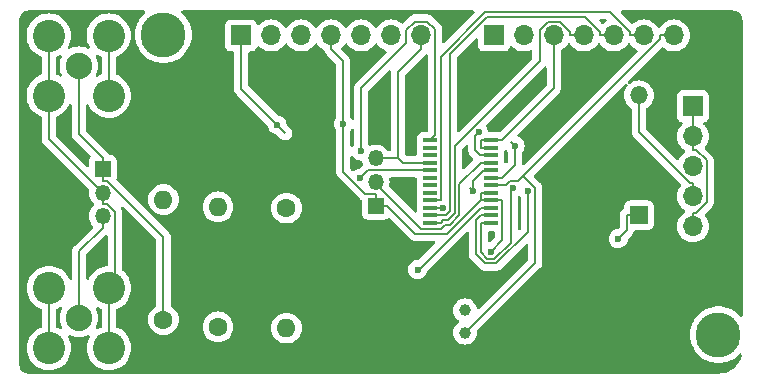
<source format=gbr>
%TF.GenerationSoftware,KiCad,Pcbnew,8.0.4*%
%TF.CreationDate,2025-05-02T23:51:08+05:30*%
%TF.ProjectId,Si4735Board,53693437-3335-4426-9f61-72642e6b6963,rev?*%
%TF.SameCoordinates,Original*%
%TF.FileFunction,Copper,L2,Bot*%
%TF.FilePolarity,Positive*%
%FSLAX46Y46*%
G04 Gerber Fmt 4.6, Leading zero omitted, Abs format (unit mm)*
G04 Created by KiCad (PCBNEW 8.0.4) date 2025-05-02 23:51:08*
%MOMM*%
%LPD*%
G01*
G04 APERTURE LIST*
%TA.AperFunction,ComponentPad*%
%ADD10C,1.600000*%
%TD*%
%TA.AperFunction,ComponentPad*%
%ADD11O,1.600000X1.600000*%
%TD*%
%TA.AperFunction,ComponentPad*%
%ADD12C,1.000000*%
%TD*%
%TA.AperFunction,ComponentPad*%
%ADD13R,1.700000X1.700000*%
%TD*%
%TA.AperFunction,ComponentPad*%
%ADD14O,1.700000X1.700000*%
%TD*%
%TA.AperFunction,ComponentPad*%
%ADD15R,1.350000X1.350000*%
%TD*%
%TA.AperFunction,ComponentPad*%
%ADD16O,1.350000X1.350000*%
%TD*%
%TA.AperFunction,ComponentPad*%
%ADD17C,2.240000*%
%TD*%
%TA.AperFunction,ComponentPad*%
%ADD18C,2.740000*%
%TD*%
%TA.AperFunction,ComponentPad*%
%ADD19C,2.600000*%
%TD*%
%TA.AperFunction,ConnectorPad*%
%ADD20C,3.800000*%
%TD*%
%TA.AperFunction,ComponentPad*%
%ADD21R,1.500000X1.500000*%
%TD*%
%TA.AperFunction,ComponentPad*%
%ADD22O,1.500000X1.500000*%
%TD*%
%TA.AperFunction,SMDPad,CuDef*%
%ADD23R,1.200000X0.400000*%
%TD*%
%TA.AperFunction,ViaPad*%
%ADD24C,0.600000*%
%TD*%
%TA.AperFunction,Conductor*%
%ADD25C,0.200000*%
%TD*%
G04 APERTURE END LIST*
D10*
%TO.P,L2,1,1*%
%TO.N,Net-(U2-FMI)*%
X125990700Y-94696500D03*
D11*
%TO.P,L2,2,2*%
%TO.N,GND*%
X125990700Y-104856500D03*
%TD*%
D12*
%TO.P,Y1,1,1*%
%TO.N,Net-(C11-Pad1)*%
X141110700Y-103356500D03*
%TO.P,Y1,2,2*%
%TO.N,RCLK*%
X141110700Y-105256500D03*
%TD*%
D13*
%TO.P,J3,1,Pin_1*%
%TO.N,SCL*%
X143546300Y-80086500D03*
D14*
%TO.P,J3,2,Pin_2*%
%TO.N,SDA*%
X146086300Y-80086500D03*
%TO.P,J3,3,Pin_3*%
%TO.N,GND*%
X148626300Y-80086500D03*
%TO.P,J3,4,Pin_4*%
%TO.N,DOUT*%
X151166300Y-80086500D03*
%TO.P,J3,5,Pin_5*%
%TO.N,DFS*%
X153706300Y-80086500D03*
%TO.P,J3,6,Pin_6*%
%TO.N,GPIO2*%
X156246300Y-80086500D03*
%TO.P,J3,7,Pin_7*%
%TO.N,RCLK*%
X158786300Y-80086500D03*
%TD*%
D15*
%TO.P,J7,1,Pin_1*%
%TO.N,3V3R2*%
X133550700Y-94496500D03*
D16*
%TO.P,J7,2,Pin_2*%
%TO.N,SEN*%
X133550700Y-92496500D03*
%TO.P,J7,3,Pin_3*%
%TO.N,GND*%
X133550700Y-90496500D03*
%TD*%
D10*
%TO.P,L1,1,1*%
%TO.N,FMI*%
X115570000Y-104140000D03*
D11*
%TO.P,L1,2,2*%
%TO.N,GND*%
X115570000Y-93980000D03*
%TD*%
D17*
%TO.P,J1,1,In*%
%TO.N,FMI*%
X108400700Y-82636500D03*
D18*
%TO.P,J1,2,Ext*%
%TO.N,GND*%
X105860700Y-80096500D03*
X105860700Y-85176500D03*
X110940700Y-80096500D03*
X110940700Y-85176500D03*
%TD*%
D17*
%TO.P,J5,1,In*%
%TO.N,AMI*%
X108430700Y-104016500D03*
D18*
%TO.P,J5,2,Ext*%
%TO.N,GND*%
X110970700Y-106556500D03*
X110970700Y-101476500D03*
X105890700Y-106556500D03*
X105890700Y-101476500D03*
%TD*%
D15*
%TO.P,J6,1,Pin_1*%
%TO.N,FMI*%
X110430700Y-91396500D03*
D16*
%TO.P,J6,2,Pin_2*%
%TO.N,GND*%
X110430700Y-93396500D03*
%TO.P,J6,3,Pin_3*%
%TO.N,AMI*%
X110430700Y-95396500D03*
%TD*%
D19*
%TO.P,1,1*%
%TO.N,N/C*%
X162560000Y-105410000D03*
D20*
X162560000Y-105410000D03*
%TD*%
D13*
%TO.P,J4,1,Pin_1*%
%TO.N,SCL1*%
X122154100Y-80086500D03*
D14*
%TO.P,J4,2,Pin_2*%
%TO.N,SDA1*%
X124694100Y-80086500D03*
%TO.P,J4,3,Pin_3*%
%TO.N,RST*%
X127234100Y-80086500D03*
%TO.P,J4,4,Pin_4*%
%TO.N,3V3R2*%
X129774100Y-80086500D03*
%TO.P,J4,5,Pin_5*%
%TO.N,ROUT*%
X132314100Y-80086500D03*
%TO.P,J4,6,Pin_6*%
%TO.N,LOUT*%
X134854100Y-80086500D03*
%TO.P,J4,7,Pin_7*%
%TO.N,GND*%
X137394100Y-80086500D03*
%TD*%
D10*
%TO.P,L3,1,1*%
%TO.N,AMI*%
X120190700Y-104756500D03*
D11*
%TO.P,L3,2,2*%
%TO.N,GND*%
X120190700Y-94596500D03*
%TD*%
D13*
%TO.P,J2,1,Pin_1*%
%TO.N,GND*%
X160400700Y-86086500D03*
D14*
%TO.P,J2,2,Pin_2*%
X160400700Y-88626500D03*
%TO.P,J2,3,Pin_3*%
%TO.N,3V3R2*%
X160400700Y-91166500D03*
%TO.P,J2,4,Pin_4*%
%TO.N,9V*%
X160400700Y-93706500D03*
%TO.P,J2,5,Pin_5*%
%TO.N,GND*%
X160400700Y-96246500D03*
%TD*%
D19*
%TO.P,2,1*%
%TO.N,N/C*%
X115570000Y-80010000D03*
D20*
X115570000Y-80010000D03*
%TD*%
D21*
%TO.P,D1,1,K*%
%TO.N,Net-(D1-K)*%
X155840700Y-95306500D03*
D22*
%TO.P,D1,2,A*%
%TO.N,9V*%
X155840700Y-85146500D03*
%TD*%
D23*
%TO.P,U2,1,DOUT*%
%TO.N,DOUT*%
X138130700Y-95936500D03*
%TO.P,U2,2,DFS*%
%TO.N,DFS*%
X138130700Y-95301500D03*
%TO.P,U2,3,GPO3/(DCLK)*%
%TO.N,Net-(U2-GPO3{slash}(DCLK))*%
X138130700Y-94666500D03*
%TO.P,U2,4,GPO2(~{INT})*%
%TO.N,GPIO2*%
X138130700Y-94031500D03*
%TO.P,U2,5,GPO1*%
%TO.N,unconnected-(U2-GPO1-Pad5)*%
X138130700Y-93396500D03*
%TO.P,U2,6,NC*%
%TO.N,unconnected-(U2-NC-Pad6)*%
X138130700Y-92761500D03*
%TO.P,U2,7,NC@1*%
%TO.N,unconnected-(U2-NC@1-Pad7)*%
X138130700Y-92126500D03*
%TO.P,U2,8,FMI*%
%TO.N,Net-(U2-FMI)*%
X138130700Y-91491500D03*
%TO.P,U2,9,RFGND*%
%TO.N,GND*%
X138130700Y-90856500D03*
%TO.P,U2,10,NC@2*%
%TO.N,unconnected-(U2-NC@2-Pad10)*%
X138130700Y-90221500D03*
%TO.P,U2,11,NC@3*%
%TO.N,unconnected-(U2-NC@3-Pad11)*%
X138130700Y-89586500D03*
%TO.P,U2,12,AMI*%
%TO.N,Net-(U2-AMI)*%
X138130700Y-88951500D03*
%TO.P,U2,13,GND*%
%TO.N,GND*%
X143330700Y-88951500D03*
%TO.P,U2,14,GND@1*%
X143330700Y-89586500D03*
%TO.P,U2,15,~{RST}*%
%TO.N,Net-(U2-~{RST})*%
X143330700Y-90221500D03*
%TO.P,U2,16,~{SEN}*%
%TO.N,SEN*%
X143330700Y-90856500D03*
%TO.P,U2,17,SCLK*%
%TO.N,SCL1*%
X143330700Y-91491500D03*
%TO.P,U2,18,SDIO*%
%TO.N,SDA1*%
X143330700Y-92126500D03*
%TO.P,U2,19,RCLK*%
%TO.N,RCLK*%
X143330700Y-92761500D03*
%TO.P,U2,20,VD*%
%TO.N,3V3R2*%
X143330700Y-93396500D03*
%TO.P,U2,21,VA*%
X143330700Y-94031500D03*
%TO.P,U2,22,DBYP*%
%TO.N,Net-(U2-DBYP)*%
X143330700Y-94666500D03*
%TO.P,U2,23,ROUT(DOUT)*%
%TO.N,Net-(U2-ROUT(DOUT))*%
X143330700Y-95301500D03*
%TO.P,U2,24,LOUT(DFS)*%
%TO.N,Net-(U2-LOUT(DFS))*%
X143330700Y-95936500D03*
%TD*%
D24*
%TO.N,Net-(D1-K)*%
X154083600Y-97293800D03*
%TO.N,3V3R2*%
X143294900Y-98381400D03*
X130808400Y-87589700D03*
%TO.N,Net-(U2-LOUT(DFS))*%
X145197700Y-93013500D03*
%TO.N,Net-(U2-ROUT(DOUT))*%
X146446200Y-93265600D03*
%TO.N,Net-(U2-DBYP)*%
X137084500Y-99909400D03*
%TO.N,Net-(U2-FMI)*%
X132198800Y-92192600D03*
%TO.N,Net-(U2-AMI)*%
X132314300Y-89876100D03*
%TO.N,SDA1*%
X145342600Y-89419500D03*
%TO.N,SCL1*%
X141783800Y-93242800D03*
X125204300Y-87652200D03*
%TO.N,Net-(U2-GPO3{slash}(DCLK))*%
X139233300Y-94696700D03*
%TO.N,Net-(U2-~{RST})*%
X142264300Y-88285100D03*
%TD*%
D25*
%TO.N,Net-(D1-K)*%
X154789000Y-96588400D02*
X154083600Y-97293800D01*
X154789000Y-95306500D02*
X154789000Y-96588400D01*
X155840700Y-95306500D02*
X154789000Y-95306500D01*
%TO.N,GND*%
X143330700Y-88951500D02*
X142429000Y-88951500D01*
X160688600Y-95094800D02*
X161558800Y-94224600D01*
X110970700Y-101476500D02*
X110970700Y-106556500D01*
X135461600Y-83170700D02*
X137394100Y-81238200D01*
X148626300Y-84557600D02*
X148626300Y-80086500D01*
X134527400Y-90496500D02*
X135461600Y-90496500D01*
X144232400Y-88951500D02*
X148626300Y-84557600D01*
X110430700Y-93396500D02*
X105860700Y-88826500D01*
X160400700Y-88626500D02*
X160400700Y-89778200D01*
X160400700Y-95094800D02*
X160688600Y-95094800D01*
X110430700Y-94373200D02*
X110797000Y-94373200D01*
X135461600Y-90496500D02*
X135461600Y-83170700D01*
X160400700Y-96246500D02*
X160400700Y-95094800D01*
X138130700Y-90856500D02*
X135821600Y-90856500D01*
X111458300Y-100988900D02*
X110970700Y-101476500D01*
X105860700Y-80096500D02*
X105860700Y-85176500D01*
X143330700Y-88951500D02*
X144232400Y-88951500D01*
X160669200Y-89778200D02*
X160400700Y-89778200D01*
X111458300Y-95034500D02*
X111458300Y-100988900D01*
X143330700Y-89586500D02*
X142429000Y-89586500D01*
X110797000Y-94373200D02*
X111458300Y-95034500D01*
X135821600Y-90856500D02*
X135461600Y-90496500D01*
X105890700Y-101476500D02*
X105890700Y-106556500D01*
X133550700Y-90496500D02*
X134527400Y-90496500D01*
X161558800Y-90667800D02*
X160669200Y-89778200D01*
X142429000Y-89586500D02*
X142429000Y-88951500D01*
X161558800Y-94224600D02*
X161558800Y-90667800D01*
X160400700Y-86086500D02*
X160400700Y-88626500D01*
X137394100Y-80086500D02*
X137394100Y-81238200D01*
X110940700Y-85176500D02*
X110940700Y-80096500D01*
X110430700Y-93396500D02*
X110430700Y-94373200D01*
X105860700Y-88826500D02*
X105860700Y-85176500D01*
%TO.N,3V3R2*%
X143330700Y-93396500D02*
X142429000Y-93396500D01*
X144232400Y-97443900D02*
X143294900Y-98381400D01*
X143330700Y-94031500D02*
X144232400Y-94031500D01*
X136906300Y-96875400D02*
X139609500Y-96875400D01*
X144232400Y-94031500D02*
X144232400Y-97443900D01*
X130808400Y-82272500D02*
X129774100Y-81238200D01*
X132675200Y-93519800D02*
X133550700Y-93519800D01*
X133550700Y-94496500D02*
X134527400Y-94496500D01*
X143263200Y-94031500D02*
X143330700Y-94031500D01*
X143263200Y-94031500D02*
X142429000Y-94031500D01*
X134527400Y-94496500D02*
X136906300Y-96875400D01*
X142429000Y-94055900D02*
X142429000Y-94031500D01*
X130808400Y-87589700D02*
X130808400Y-91653000D01*
X129774100Y-80086500D02*
X129774100Y-81238200D01*
X130808400Y-91653000D02*
X132675200Y-93519800D01*
X133550700Y-94496500D02*
X133550700Y-93519800D01*
X142429000Y-94031500D02*
X142429000Y-93396500D01*
X139609500Y-96875400D02*
X142429000Y-94055900D01*
X130808400Y-87589700D02*
X130808400Y-82272500D01*
%TO.N,Net-(U2-LOUT(DFS))*%
X142967600Y-98983200D02*
X143599100Y-98983200D01*
X143599100Y-98983200D02*
X144956600Y-97625700D01*
X142429000Y-98444600D02*
X142967600Y-98983200D01*
X144956600Y-97625700D02*
X144956600Y-93254600D01*
X142429000Y-95936500D02*
X142429000Y-98444600D01*
X143330700Y-95936500D02*
X142429000Y-95936500D01*
X144956600Y-93254600D02*
X145197700Y-93013500D01*
%TO.N,Net-(U2-ROUT(DOUT))*%
X143765400Y-99384900D02*
X146446200Y-96704100D01*
X142801300Y-99384900D02*
X143765400Y-99384900D01*
X146446200Y-96704100D02*
X146446200Y-93265600D01*
X142027300Y-98610900D02*
X142801300Y-99384900D01*
X142027300Y-95703200D02*
X142027300Y-98610900D01*
X142429000Y-95301500D02*
X142027300Y-95703200D01*
X143330700Y-95301500D02*
X142429000Y-95301500D01*
%TO.N,Net-(U2-DBYP)*%
X143330700Y-94666500D02*
X142429000Y-94666500D01*
X142429000Y-94666500D02*
X137186100Y-99909400D01*
X137186100Y-99909400D02*
X137084500Y-99909400D01*
%TO.N,FMI*%
X110430700Y-91396500D02*
X110430700Y-92373200D01*
X110430700Y-91396500D02*
X110430700Y-90419800D01*
X110797000Y-92373200D02*
X110430700Y-92373200D01*
X108400700Y-88389800D02*
X110430700Y-90419800D01*
X115570000Y-97146200D02*
X110797000Y-92373200D01*
X115570000Y-104140000D02*
X115570000Y-97146200D01*
X108400700Y-82636500D02*
X108400700Y-88389800D01*
%TO.N,Net-(U2-FMI)*%
X138130700Y-91491500D02*
X132899900Y-91491500D01*
X132899900Y-91491500D02*
X132198800Y-92192600D01*
%TO.N,AMI*%
X108430700Y-104016500D02*
X108430700Y-98373200D01*
X108430700Y-98373200D02*
X110430700Y-96373200D01*
X110430700Y-95396500D02*
X110430700Y-96373200D01*
%TO.N,Net-(U2-AMI)*%
X132314300Y-84526300D02*
X136124100Y-80716500D01*
X136124100Y-80716500D02*
X136124100Y-79663200D01*
X138569500Y-79560200D02*
X138569500Y-88512700D01*
X132314300Y-89876100D02*
X132314300Y-84526300D01*
X137916100Y-78906800D02*
X138569500Y-79560200D01*
X138569500Y-88512700D02*
X138130700Y-88951500D01*
X136880500Y-78906800D02*
X137916100Y-78906800D01*
X136124100Y-79663200D02*
X136880500Y-78906800D01*
%TO.N,RCLK*%
X158786300Y-80086500D02*
X157634600Y-80086500D01*
X157634600Y-80395300D02*
X146049000Y-91980900D01*
X146049000Y-91980900D02*
X145618100Y-92411800D01*
X147048000Y-92980000D02*
X147048000Y-99319200D01*
X157634600Y-80086500D02*
X157634600Y-80395300D01*
X145618100Y-92411800D02*
X144948600Y-92411800D01*
X147048000Y-99319200D02*
X141110700Y-105256500D01*
X143330700Y-92761500D02*
X144232400Y-92761500D01*
X144948600Y-92411800D02*
X144598900Y-92761500D01*
X144598900Y-92761500D02*
X144232400Y-92761500D01*
X146049000Y-91980900D02*
X147048000Y-92980000D01*
%TO.N,9V*%
X155840700Y-88282700D02*
X155840700Y-85146500D01*
X160400700Y-92554800D02*
X160112800Y-92554800D01*
X160400700Y-93706500D02*
X160400700Y-92554800D01*
X160112800Y-92554800D02*
X155840700Y-88282700D01*
%TO.N,DOUT*%
X148157800Y-78903700D02*
X147414800Y-79646700D01*
X138130700Y-95936500D02*
X139032400Y-95936500D01*
X147414800Y-79646700D02*
X147414800Y-82283800D01*
X147414800Y-82283800D02*
X140236700Y-89461900D01*
X150014600Y-80086500D02*
X150014600Y-79798600D01*
X149119700Y-78903700D02*
X148157800Y-78903700D01*
X151166300Y-80086500D02*
X150014600Y-80086500D01*
X140236700Y-95112200D02*
X139648800Y-95700100D01*
X139648800Y-95700100D02*
X139268800Y-95700100D01*
X150014600Y-79798600D02*
X149119700Y-78903700D01*
X140236700Y-89461900D02*
X140236700Y-95112200D01*
X139268800Y-95700100D02*
X139032400Y-95936500D01*
%TO.N,DFS*%
X152554600Y-79800500D02*
X151250500Y-78496400D01*
X139835000Y-81669500D02*
X139835000Y-94945900D01*
X139835000Y-94945900D02*
X139482500Y-95298400D01*
X138130700Y-95301500D02*
X139032400Y-95301500D01*
X151250500Y-78496400D02*
X143008100Y-78496400D01*
X139035500Y-95298400D02*
X139032400Y-95301500D01*
X152554600Y-80086500D02*
X152554600Y-79800500D01*
X143008100Y-78496400D02*
X139835000Y-81669500D01*
X153706300Y-80086500D02*
X152554600Y-80086500D01*
X139482500Y-95298400D02*
X139035500Y-95298400D01*
%TO.N,GPIO2*%
X138130700Y-94031500D02*
X139032400Y-94031500D01*
X139032400Y-81881300D02*
X142836700Y-78077000D01*
X153353600Y-78077000D02*
X155094600Y-79818000D01*
X142836700Y-78077000D02*
X153353600Y-78077000D01*
X156246300Y-80086500D02*
X155094600Y-80086500D01*
X155094600Y-79818000D02*
X155094600Y-80086500D01*
X139032400Y-94031500D02*
X139032400Y-81881300D01*
%TO.N,SDA1*%
X144995400Y-89072300D02*
X145342600Y-89419500D01*
X144232400Y-92126500D02*
X143330700Y-92126500D01*
X145342600Y-91016300D02*
X144232400Y-92126500D01*
X145342600Y-89419500D02*
X145342600Y-91016300D01*
X145342600Y-89419500D02*
X144995400Y-89072300D01*
%TO.N,SCL1*%
X142674900Y-91491500D02*
X143330700Y-91491500D01*
X125898000Y-88345900D02*
X125204300Y-87652200D01*
X141783800Y-93242800D02*
X141513200Y-92972200D01*
X125204300Y-87652200D02*
X125898000Y-88345900D01*
X141783800Y-92382600D02*
X142674900Y-91491500D01*
X141783800Y-93242800D02*
X141783800Y-92382600D01*
X122154100Y-84602000D02*
X125204300Y-87652200D01*
X141513200Y-92972200D02*
X141783800Y-93242800D01*
X122154100Y-80086500D02*
X122154100Y-84602000D01*
%TO.N,SEN*%
X140638400Y-95278500D02*
X139815100Y-96101800D01*
X142429000Y-90856500D02*
X140638400Y-92647100D01*
X143330700Y-90856500D02*
X142429000Y-90856500D01*
X139815100Y-96101800D02*
X139450300Y-96101800D01*
X137400000Y-96473700D02*
X133550700Y-92624400D01*
X139078400Y-96473700D02*
X137400000Y-96473700D01*
X139450300Y-96101800D02*
X139078400Y-96473700D01*
X140638400Y-92647100D02*
X140638400Y-95278500D01*
X133550700Y-92624400D02*
X133550700Y-92496500D01*
%TO.N,Net-(U2-GPO3{slash}(DCLK))*%
X139062600Y-94696700D02*
X139032400Y-94666500D01*
X138130700Y-94666500D02*
X139032400Y-94666500D01*
X139233300Y-94696700D02*
X139062600Y-94696700D01*
%TO.N,Net-(U2-~{RST})*%
X141980600Y-88568800D02*
X141980600Y-89814000D01*
X141980600Y-89814000D02*
X142388100Y-90221500D01*
X142388100Y-90221500D02*
X143330700Y-90221500D01*
X142264300Y-88285100D02*
X141980600Y-88568800D01*
%TD*%
%TA.AperFunction,NonConductor*%
G36*
X153040066Y-78697185D02*
G01*
X153085821Y-78749989D01*
X153095765Y-78819147D01*
X153066740Y-78882703D01*
X153032473Y-78908566D01*
X153033161Y-78909757D01*
X153028469Y-78912465D01*
X152834894Y-79048008D01*
X152834893Y-79048008D01*
X152830788Y-79052113D01*
X152769461Y-79085591D01*
X152699770Y-79080597D01*
X152655437Y-79052102D01*
X152492516Y-78889181D01*
X152459031Y-78827858D01*
X152464015Y-78758166D01*
X152505887Y-78702233D01*
X152571351Y-78677816D01*
X152580197Y-78677500D01*
X152973027Y-78677500D01*
X153040066Y-78697185D01*
G37*
%TD.AperFunction*%
%TA.AperFunction,NonConductor*%
G36*
X133668955Y-80753046D02*
G01*
X133685675Y-80772342D01*
X133815600Y-80957895D01*
X133815605Y-80957901D01*
X133982699Y-81124995D01*
X134072919Y-81188168D01*
X134176265Y-81260532D01*
X134176267Y-81260533D01*
X134176270Y-81260535D01*
X134390437Y-81360403D01*
X134390441Y-81360404D01*
X134393973Y-81362051D01*
X134446412Y-81408223D01*
X134465564Y-81475417D01*
X134445348Y-81542298D01*
X134429249Y-81562114D01*
X131945586Y-84045778D01*
X131833781Y-84157582D01*
X131833779Y-84157585D01*
X131816539Y-84187446D01*
X131790075Y-84233284D01*
X131754723Y-84294515D01*
X131713799Y-84447243D01*
X131713799Y-84447245D01*
X131713799Y-84615346D01*
X131713800Y-84615359D01*
X131713800Y-87095613D01*
X131694115Y-87162652D01*
X131641311Y-87208407D01*
X131572153Y-87218351D01*
X131508597Y-87189326D01*
X131484807Y-87161586D01*
X131454734Y-87113727D01*
X131438216Y-87087438D01*
X131438215Y-87087437D01*
X131435950Y-87084596D01*
X131435059Y-87082413D01*
X131434512Y-87081543D01*
X131434664Y-87081447D01*
X131409544Y-87019909D01*
X131408900Y-87007287D01*
X131408900Y-82193445D01*
X131408900Y-82193443D01*
X131376194Y-82071384D01*
X131367977Y-82040715D01*
X131364715Y-82035065D01*
X131321582Y-81960357D01*
X131288920Y-81903784D01*
X131177116Y-81791980D01*
X131172785Y-81787649D01*
X131172774Y-81787639D01*
X130665496Y-81280361D01*
X130632011Y-81219038D01*
X130636995Y-81149346D01*
X130665492Y-81105003D01*
X130812595Y-80957901D01*
X130942526Y-80772341D01*
X130997102Y-80728717D01*
X131066600Y-80721523D01*
X131128955Y-80753046D01*
X131145675Y-80772342D01*
X131275600Y-80957895D01*
X131275605Y-80957901D01*
X131442699Y-81124995D01*
X131532919Y-81188168D01*
X131636265Y-81260532D01*
X131636267Y-81260533D01*
X131636270Y-81260535D01*
X131850437Y-81360403D01*
X132078692Y-81421563D01*
X132255134Y-81437000D01*
X132314099Y-81442159D01*
X132314100Y-81442159D01*
X132314101Y-81442159D01*
X132373066Y-81437000D01*
X132549508Y-81421563D01*
X132777763Y-81360403D01*
X132991930Y-81260535D01*
X133185501Y-81124995D01*
X133352595Y-80957901D01*
X133482526Y-80772341D01*
X133537102Y-80728717D01*
X133606600Y-80721523D01*
X133668955Y-80753046D01*
G37*
%TD.AperFunction*%
%TA.AperFunction,NonConductor*%
G36*
X142115134Y-80341113D02*
G01*
X142171067Y-80382985D01*
X142195484Y-80448449D01*
X142195800Y-80457295D01*
X142195800Y-80984370D01*
X142195801Y-80984376D01*
X142202208Y-81043983D01*
X142252502Y-81178828D01*
X142252506Y-81178835D01*
X142338752Y-81294044D01*
X142338755Y-81294047D01*
X142453964Y-81380293D01*
X142453971Y-81380297D01*
X142588817Y-81430591D01*
X142588816Y-81430591D01*
X142595744Y-81431335D01*
X142648427Y-81437000D01*
X144444172Y-81436999D01*
X144503783Y-81430591D01*
X144638631Y-81380296D01*
X144753846Y-81294046D01*
X144840096Y-81178831D01*
X144889110Y-81047416D01*
X144930981Y-80991484D01*
X144996445Y-80967066D01*
X145064718Y-80981917D01*
X145092973Y-81003069D01*
X145214899Y-81124995D01*
X145305119Y-81188168D01*
X145408465Y-81260532D01*
X145408467Y-81260533D01*
X145408470Y-81260535D01*
X145622637Y-81360403D01*
X145850892Y-81421563D01*
X146027334Y-81437000D01*
X146086299Y-81442159D01*
X146086300Y-81442159D01*
X146086301Y-81442159D01*
X146145266Y-81437000D01*
X146321708Y-81421563D01*
X146549963Y-81360403D01*
X146637896Y-81319398D01*
X146706972Y-81308907D01*
X146770756Y-81337426D01*
X146808996Y-81395903D01*
X146814300Y-81431781D01*
X146814300Y-81983703D01*
X146794615Y-82050742D01*
X146777981Y-82071384D01*
X140647181Y-88202184D01*
X140585858Y-88235669D01*
X140516166Y-88230685D01*
X140460233Y-88188813D01*
X140435816Y-88123349D01*
X140435500Y-88114503D01*
X140435500Y-81969596D01*
X140455185Y-81902557D01*
X140471814Y-81881920D01*
X141984121Y-80369612D01*
X142045442Y-80336129D01*
X142115134Y-80341113D01*
G37*
%TD.AperFunction*%
%TA.AperFunction,NonConductor*%
G36*
X147945134Y-82705216D02*
G01*
X148001067Y-82747088D01*
X148025484Y-82812552D01*
X148025800Y-82821398D01*
X148025800Y-84257502D01*
X148006115Y-84324541D01*
X147989481Y-84345183D01*
X144115412Y-88219251D01*
X144054089Y-88252736D01*
X144014479Y-88254860D01*
X143985469Y-88251741D01*
X143978573Y-88251000D01*
X143978572Y-88251000D01*
X143176836Y-88251000D01*
X143109797Y-88231315D01*
X143064042Y-88178511D01*
X143053616Y-88140882D01*
X143049669Y-88105847D01*
X143006543Y-87982602D01*
X142990089Y-87935578D01*
X142896901Y-87787270D01*
X142877901Y-87720036D01*
X142898268Y-87653201D01*
X142914209Y-87633624D01*
X147773306Y-82774528D01*
X147773311Y-82774524D01*
X147783514Y-82764320D01*
X147783516Y-82764320D01*
X147814119Y-82733717D01*
X147875442Y-82700232D01*
X147945134Y-82705216D01*
G37*
%TD.AperFunction*%
%TA.AperFunction,NonConductor*%
G36*
X131670043Y-87989250D02*
G01*
X131708415Y-88047639D01*
X131713800Y-88083786D01*
X131713800Y-89293687D01*
X131694115Y-89360726D01*
X131686750Y-89370996D01*
X131684484Y-89373837D01*
X131637893Y-89447986D01*
X131585559Y-89494276D01*
X131516505Y-89504924D01*
X131452657Y-89476549D01*
X131414285Y-89418159D01*
X131408900Y-89382013D01*
X131408900Y-88172112D01*
X131428585Y-88105073D01*
X131435955Y-88094797D01*
X131438210Y-88091967D01*
X131438216Y-88091962D01*
X131484806Y-88017813D01*
X131537141Y-87971523D01*
X131606194Y-87960875D01*
X131670043Y-87989250D01*
G37*
%TD.AperFunction*%
%TA.AperFunction,NonConductor*%
G36*
X134780433Y-83011915D02*
G01*
X134836366Y-83053787D01*
X134860783Y-83119251D01*
X134861099Y-83128097D01*
X134861099Y-83259746D01*
X134861100Y-83259759D01*
X134861100Y-89772000D01*
X134841415Y-89839039D01*
X134788611Y-89884794D01*
X134737100Y-89896000D01*
X134631994Y-89896000D01*
X134564955Y-89876315D01*
X134533040Y-89846727D01*
X134523710Y-89834372D01*
X134423127Y-89701178D01*
X134262132Y-89554412D01*
X134262128Y-89554409D01*
X134262123Y-89554406D01*
X134076913Y-89439729D01*
X134076907Y-89439726D01*
X133955742Y-89392787D01*
X133873769Y-89361030D01*
X133659626Y-89321000D01*
X133441774Y-89321000D01*
X133227631Y-89361030D01*
X133157475Y-89388209D01*
X133088173Y-89415057D01*
X133018549Y-89420919D01*
X132956809Y-89388209D01*
X132946425Y-89376734D01*
X132941846Y-89370991D01*
X132915443Y-89306301D01*
X132914800Y-89293687D01*
X132914800Y-84826396D01*
X132934485Y-84759357D01*
X132951114Y-84738720D01*
X134649419Y-83040415D01*
X134710741Y-83006931D01*
X134780433Y-83011915D01*
G37*
%TD.AperFunction*%
%TA.AperFunction,NonConductor*%
G36*
X137888334Y-81695715D02*
G01*
X137944267Y-81737587D01*
X137968684Y-81803051D01*
X137969000Y-81811897D01*
X137969000Y-88127000D01*
X137949315Y-88194039D01*
X137896511Y-88239794D01*
X137845000Y-88251000D01*
X137482830Y-88251000D01*
X137482823Y-88251001D01*
X137423216Y-88257408D01*
X137288371Y-88307702D01*
X137288364Y-88307706D01*
X137173155Y-88393952D01*
X137173152Y-88393955D01*
X137086906Y-88509164D01*
X137086902Y-88509171D01*
X137036610Y-88644013D01*
X137036609Y-88644017D01*
X137030200Y-88703627D01*
X137030200Y-88703634D01*
X137030200Y-88703635D01*
X137030200Y-89199370D01*
X137030201Y-89199376D01*
X137036261Y-89255749D01*
X137036261Y-89282253D01*
X137030200Y-89338627D01*
X137030200Y-89338632D01*
X137030200Y-89338633D01*
X137030200Y-89834370D01*
X137030201Y-89834376D01*
X137036261Y-89890749D01*
X137036261Y-89917253D01*
X137030200Y-89973627D01*
X137030200Y-90095904D01*
X137030201Y-90131999D01*
X137010517Y-90199039D01*
X136957713Y-90244794D01*
X136906201Y-90256000D01*
X136186100Y-90256000D01*
X136119061Y-90236315D01*
X136073306Y-90183511D01*
X136062100Y-90132000D01*
X136062100Y-83470797D01*
X136081785Y-83403758D01*
X136098419Y-83383116D01*
X136965951Y-82515584D01*
X137757321Y-81724214D01*
X137818642Y-81690731D01*
X137888334Y-81695715D01*
G37*
%TD.AperFunction*%
%TA.AperFunction,NonConductor*%
G36*
X144640169Y-89810333D02*
G01*
X144654407Y-89828856D01*
X144707917Y-89914017D01*
X144712785Y-89921763D01*
X144715045Y-89924597D01*
X144715934Y-89926775D01*
X144716489Y-89927658D01*
X144716334Y-89927755D01*
X144741455Y-89989283D01*
X144742100Y-90001912D01*
X144742100Y-90716202D01*
X144722415Y-90783241D01*
X144705781Y-90803883D01*
X144642880Y-90866784D01*
X144581557Y-90900269D01*
X144511865Y-90895285D01*
X144455932Y-90853413D01*
X144431515Y-90787949D01*
X144431199Y-90779103D01*
X144431199Y-90608629D01*
X144431197Y-90608610D01*
X144425139Y-90552255D01*
X144425139Y-90525744D01*
X144427271Y-90505915D01*
X144431200Y-90469373D01*
X144431199Y-89973628D01*
X144425139Y-89917254D01*
X144425139Y-89890745D01*
X144426125Y-89881574D01*
X144452863Y-89817023D01*
X144510255Y-89777175D01*
X144580080Y-89774681D01*
X144640169Y-89810333D01*
G37*
%TD.AperFunction*%
%TA.AperFunction,NonConductor*%
G36*
X155061154Y-80753044D02*
G01*
X155077872Y-80772338D01*
X155207805Y-80957901D01*
X155374899Y-81124995D01*
X155465119Y-81188168D01*
X155568465Y-81260532D01*
X155568466Y-81260532D01*
X155568470Y-81260535D01*
X155635299Y-81291698D01*
X155647797Y-81297526D01*
X155700236Y-81343699D01*
X155719388Y-81410892D01*
X155699172Y-81477773D01*
X155683073Y-81497589D01*
X146154782Y-91025881D01*
X146093459Y-91059366D01*
X146023767Y-91054382D01*
X145967834Y-91012510D01*
X145943417Y-90947046D01*
X145943101Y-90938200D01*
X145943101Y-90929648D01*
X145943100Y-90929630D01*
X145943100Y-90001912D01*
X145962785Y-89934873D01*
X145970155Y-89924597D01*
X145972410Y-89921767D01*
X145972416Y-89921762D01*
X146068389Y-89769022D01*
X146127968Y-89598755D01*
X146132964Y-89554413D01*
X146148165Y-89419503D01*
X146148165Y-89419496D01*
X146127969Y-89240250D01*
X146127968Y-89240245D01*
X146080987Y-89105981D01*
X146068389Y-89069978D01*
X146061044Y-89058289D01*
X145972415Y-88917237D01*
X145844862Y-88789684D01*
X145692121Y-88693710D01*
X145644995Y-88677220D01*
X145617115Y-88667465D01*
X145560341Y-88626745D01*
X145534593Y-88561792D01*
X145548049Y-88493230D01*
X145570387Y-88462746D01*
X148984806Y-85048328D01*
X148984811Y-85048324D01*
X148995014Y-85038120D01*
X148995016Y-85038120D01*
X149106820Y-84926316D01*
X149175254Y-84807784D01*
X149185877Y-84789385D01*
X149226801Y-84636657D01*
X149226801Y-84478543D01*
X149226801Y-84470948D01*
X149226800Y-84470930D01*
X149226800Y-81375590D01*
X149246485Y-81308551D01*
X149298401Y-81263206D01*
X149304130Y-81260535D01*
X149497701Y-81124995D01*
X149664795Y-80957901D01*
X149794727Y-80772338D01*
X149849300Y-80728716D01*
X149918799Y-80721522D01*
X149981154Y-80753044D01*
X149997872Y-80772338D01*
X150127805Y-80957901D01*
X150294899Y-81124995D01*
X150385119Y-81188168D01*
X150488465Y-81260532D01*
X150488467Y-81260533D01*
X150488470Y-81260535D01*
X150702637Y-81360403D01*
X150930892Y-81421563D01*
X151107334Y-81437000D01*
X151166299Y-81442159D01*
X151166300Y-81442159D01*
X151166301Y-81442159D01*
X151225266Y-81437000D01*
X151401708Y-81421563D01*
X151629963Y-81360403D01*
X151844130Y-81260535D01*
X152037701Y-81124995D01*
X152204795Y-80957901D01*
X152334727Y-80772338D01*
X152389300Y-80728716D01*
X152458799Y-80721522D01*
X152521154Y-80753044D01*
X152537872Y-80772338D01*
X152667805Y-80957901D01*
X152834899Y-81124995D01*
X152925119Y-81188168D01*
X153028465Y-81260532D01*
X153028467Y-81260533D01*
X153028470Y-81260535D01*
X153242637Y-81360403D01*
X153470892Y-81421563D01*
X153647334Y-81437000D01*
X153706299Y-81442159D01*
X153706300Y-81442159D01*
X153706301Y-81442159D01*
X153765266Y-81437000D01*
X153941708Y-81421563D01*
X154169963Y-81360403D01*
X154384130Y-81260535D01*
X154577701Y-81124995D01*
X154744795Y-80957901D01*
X154874727Y-80772338D01*
X154929300Y-80728716D01*
X154998799Y-80721522D01*
X155061154Y-80753044D01*
G37*
%TD.AperFunction*%
%TA.AperFunction,NonConductor*%
G36*
X141299434Y-89350915D02*
G01*
X141355367Y-89392787D01*
X141379784Y-89458251D01*
X141380100Y-89467097D01*
X141380100Y-89727330D01*
X141380099Y-89727348D01*
X141380099Y-89893054D01*
X141380098Y-89893054D01*
X141421023Y-90045785D01*
X141449958Y-90095900D01*
X141449959Y-90095904D01*
X141449960Y-90095904D01*
X141500079Y-90182714D01*
X141500081Y-90182717D01*
X141618949Y-90301585D01*
X141618955Y-90301590D01*
X141789133Y-90471768D01*
X141822618Y-90533091D01*
X141817634Y-90602783D01*
X141789133Y-90647130D01*
X141048881Y-91387382D01*
X140987558Y-91420867D01*
X140917866Y-91415883D01*
X140861933Y-91374011D01*
X140837516Y-91308547D01*
X140837200Y-91299701D01*
X140837200Y-89761997D01*
X140856885Y-89694958D01*
X140873519Y-89674316D01*
X141168419Y-89379416D01*
X141229742Y-89345931D01*
X141299434Y-89350915D01*
G37*
%TD.AperFunction*%
%TA.AperFunction,NonConductor*%
G36*
X131614103Y-90276473D02*
G01*
X131637892Y-90304212D01*
X131684484Y-90378362D01*
X131812038Y-90505916D01*
X131843594Y-90525744D01*
X131944298Y-90589021D01*
X131964778Y-90601889D01*
X132135045Y-90661468D01*
X132135050Y-90661469D01*
X132300817Y-90680146D01*
X132365231Y-90707212D01*
X132404786Y-90764807D01*
X132406200Y-90769432D01*
X132449880Y-90922954D01*
X132449885Y-90922965D01*
X132466399Y-90956130D01*
X132478660Y-91024915D01*
X132451787Y-91089410D01*
X132443082Y-91099080D01*
X132419381Y-91122782D01*
X132419378Y-91122786D01*
X132180265Y-91361898D01*
X132118942Y-91395383D01*
X132106468Y-91397437D01*
X132019550Y-91407230D01*
X131849277Y-91466810D01*
X131700972Y-91559997D01*
X131633735Y-91578997D01*
X131566900Y-91558629D01*
X131547319Y-91542684D01*
X131445219Y-91440584D01*
X131411734Y-91379261D01*
X131408900Y-91352903D01*
X131408900Y-90370186D01*
X131428585Y-90303147D01*
X131481389Y-90257392D01*
X131550547Y-90247448D01*
X131614103Y-90276473D01*
G37*
%TD.AperFunction*%
%TA.AperFunction,NonConductor*%
G36*
X136973239Y-92111685D02*
G01*
X137018994Y-92164489D01*
X137030200Y-92215999D01*
X137030200Y-92374369D01*
X137030201Y-92374376D01*
X137036261Y-92430749D01*
X137036261Y-92457253D01*
X137030200Y-92513627D01*
X137030200Y-92513632D01*
X137030200Y-92513633D01*
X137030200Y-93009370D01*
X137030201Y-93009376D01*
X137036261Y-93065749D01*
X137036261Y-93092253D01*
X137030200Y-93148627D01*
X137030200Y-93148632D01*
X137030200Y-93148633D01*
X137030200Y-93644370D01*
X137030201Y-93644376D01*
X137036261Y-93700749D01*
X137036261Y-93727253D01*
X137030200Y-93783627D01*
X137030200Y-93783632D01*
X137030200Y-93783633D01*
X137030200Y-94279370D01*
X137030201Y-94279376D01*
X137036261Y-94335749D01*
X137036261Y-94362253D01*
X137030200Y-94418627D01*
X137030200Y-94418632D01*
X137030200Y-94418633D01*
X137030200Y-94914370D01*
X137030201Y-94914376D01*
X137033620Y-94946180D01*
X137021213Y-95014939D01*
X136973602Y-95066076D01*
X136905902Y-95083354D01*
X136839608Y-95061288D01*
X136822649Y-95047114D01*
X134713449Y-92937914D01*
X134679964Y-92876591D01*
X134681864Y-92816298D01*
X134699800Y-92753261D01*
X134711135Y-92713423D01*
X134731236Y-92496500D01*
X134727599Y-92457256D01*
X134711135Y-92279577D01*
X134711134Y-92279574D01*
X134702701Y-92249934D01*
X134703288Y-92180067D01*
X134741554Y-92121608D01*
X134805352Y-92093118D01*
X134821967Y-92092000D01*
X136906200Y-92092000D01*
X136973239Y-92111685D01*
G37*
%TD.AperFunction*%
%TA.AperFunction,NonConductor*%
G36*
X145756398Y-93693461D02*
G01*
X145793294Y-93731115D01*
X145816385Y-93767864D01*
X145818645Y-93770697D01*
X145819533Y-93772874D01*
X145820088Y-93773756D01*
X145819933Y-93773853D01*
X145845055Y-93835383D01*
X145845700Y-93848012D01*
X145845700Y-96404002D01*
X145826015Y-96471041D01*
X145809381Y-96491683D01*
X145768781Y-96532283D01*
X145707458Y-96565768D01*
X145637766Y-96560784D01*
X145581833Y-96518912D01*
X145557416Y-96453448D01*
X145557100Y-96444602D01*
X145557100Y-93801614D01*
X145576785Y-93734575D01*
X145615123Y-93696623D01*
X145622328Y-93692096D01*
X145689562Y-93673095D01*
X145756398Y-93693461D01*
G37*
%TD.AperFunction*%
%TA.AperFunction,NonConductor*%
G36*
X143574939Y-96656684D02*
G01*
X143620694Y-96709488D01*
X143631900Y-96760999D01*
X143631900Y-97143802D01*
X143612215Y-97210841D01*
X143595581Y-97231483D01*
X143276365Y-97550698D01*
X143215042Y-97584183D01*
X143202570Y-97586237D01*
X143167386Y-97590202D01*
X143098564Y-97578149D01*
X143047184Y-97530801D01*
X143029500Y-97466982D01*
X143029500Y-96760999D01*
X143049185Y-96693960D01*
X143101989Y-96648205D01*
X143153500Y-96636999D01*
X143507900Y-96636999D01*
X143574939Y-96656684D01*
G37*
%TD.AperFunction*%
%TA.AperFunction,NonConductor*%
G36*
X113988999Y-77990185D02*
G01*
X114034754Y-78042989D01*
X114044698Y-78112147D01*
X114015673Y-78175703D01*
X114006844Y-78184892D01*
X113816652Y-78363494D01*
X113624111Y-78596236D01*
X113462268Y-78851261D01*
X113462265Y-78851267D01*
X113333661Y-79124563D01*
X113333659Y-79124568D01*
X113240320Y-79411835D01*
X113240319Y-79411839D01*
X113240319Y-79411840D01*
X113234802Y-79440760D01*
X113183719Y-79708546D01*
X113183718Y-79708553D01*
X113164754Y-80009994D01*
X113164754Y-80010005D01*
X113183718Y-80311446D01*
X113183719Y-80311453D01*
X113240320Y-80608164D01*
X113333659Y-80895431D01*
X113333661Y-80895436D01*
X113462265Y-81168732D01*
X113462268Y-81168738D01*
X113624111Y-81423763D01*
X113624114Y-81423767D01*
X113624115Y-81423768D01*
X113816651Y-81656504D01*
X113997557Y-81826387D01*
X114036836Y-81863272D01*
X114036846Y-81863280D01*
X114281193Y-82040808D01*
X114281198Y-82040810D01*
X114281205Y-82040816D01*
X114545896Y-82186332D01*
X114545901Y-82186334D01*
X114545903Y-82186335D01*
X114545904Y-82186336D01*
X114826734Y-82297524D01*
X114826737Y-82297525D01*
X114924259Y-82322564D01*
X115119302Y-82372642D01*
X115266039Y-82391179D01*
X115418963Y-82410499D01*
X115418969Y-82410499D01*
X115418973Y-82410500D01*
X115418975Y-82410500D01*
X115721025Y-82410500D01*
X115721027Y-82410500D01*
X115721032Y-82410499D01*
X115721036Y-82410499D01*
X115800591Y-82400448D01*
X116020698Y-82372642D01*
X116313262Y-82297525D01*
X116313265Y-82297524D01*
X116594095Y-82186336D01*
X116594096Y-82186335D01*
X116594094Y-82186335D01*
X116594104Y-82186332D01*
X116858795Y-82040816D01*
X117103162Y-81863274D01*
X117323349Y-81656504D01*
X117515885Y-81423768D01*
X117677733Y-81168736D01*
X117806341Y-80895430D01*
X117899681Y-80608160D01*
X117956280Y-80311457D01*
X117975246Y-80010000D01*
X117965248Y-79851092D01*
X117956281Y-79708553D01*
X117956280Y-79708546D01*
X117956280Y-79708543D01*
X117899681Y-79411840D01*
X117806341Y-79124570D01*
X117793320Y-79096900D01*
X117706532Y-78912465D01*
X117677733Y-78851264D01*
X117640570Y-78792704D01*
X117515888Y-78596236D01*
X117515885Y-78596232D01*
X117323349Y-78363496D01*
X117171843Y-78221222D01*
X117133156Y-78184892D01*
X117097761Y-78124651D01*
X117100555Y-78054837D01*
X117140648Y-77997616D01*
X117205314Y-77971155D01*
X117218040Y-77970500D01*
X141794602Y-77970500D01*
X141861641Y-77990185D01*
X141907396Y-78042989D01*
X141917340Y-78112147D01*
X141888315Y-78175703D01*
X141882283Y-78182181D01*
X139381681Y-80682783D01*
X139320358Y-80716268D01*
X139250666Y-80711284D01*
X139194733Y-80669412D01*
X139170316Y-80603948D01*
X139170000Y-80595102D01*
X139170000Y-79481145D01*
X139169999Y-79481141D01*
X139156676Y-79431416D01*
X139129077Y-79328415D01*
X139065040Y-79217500D01*
X139050020Y-79191484D01*
X138938216Y-79079680D01*
X138938215Y-79079679D01*
X138933885Y-79075349D01*
X138933874Y-79075339D01*
X138403690Y-78545155D01*
X138403688Y-78545152D01*
X138284817Y-78426281D01*
X138284816Y-78426280D01*
X138176070Y-78363496D01*
X138176069Y-78363495D01*
X138147883Y-78347222D01*
X138091981Y-78332243D01*
X137995157Y-78306299D01*
X137837043Y-78306299D01*
X137829447Y-78306299D01*
X137829431Y-78306300D01*
X136959557Y-78306300D01*
X136801443Y-78306300D01*
X136648715Y-78347223D01*
X136626485Y-78360057D01*
X136620528Y-78363497D01*
X136620527Y-78363496D01*
X136511787Y-78426277D01*
X136511782Y-78426281D01*
X136399978Y-78538086D01*
X135895323Y-79042740D01*
X135834000Y-79076225D01*
X135764308Y-79071241D01*
X135727935Y-79050047D01*
X135725501Y-79048004D01*
X135531934Y-78912467D01*
X135531930Y-78912465D01*
X135468105Y-78882703D01*
X135317763Y-78812597D01*
X135317759Y-78812596D01*
X135317755Y-78812594D01*
X135089513Y-78751438D01*
X135089503Y-78751436D01*
X134854101Y-78730841D01*
X134854099Y-78730841D01*
X134618696Y-78751436D01*
X134618686Y-78751438D01*
X134390444Y-78812594D01*
X134390435Y-78812598D01*
X134176271Y-78912464D01*
X134176269Y-78912465D01*
X133982697Y-79048005D01*
X133815605Y-79215097D01*
X133685675Y-79400658D01*
X133631098Y-79444283D01*
X133561600Y-79451477D01*
X133499245Y-79419954D01*
X133482525Y-79400658D01*
X133352594Y-79215097D01*
X133185502Y-79048006D01*
X133185499Y-79048004D01*
X133108618Y-78994171D01*
X132991934Y-78912467D01*
X132991930Y-78912465D01*
X132928105Y-78882703D01*
X132777763Y-78812597D01*
X132777759Y-78812596D01*
X132777755Y-78812594D01*
X132549513Y-78751438D01*
X132549503Y-78751436D01*
X132314101Y-78730841D01*
X132314099Y-78730841D01*
X132078696Y-78751436D01*
X132078686Y-78751438D01*
X131850444Y-78812594D01*
X131850435Y-78812598D01*
X131636271Y-78912464D01*
X131636269Y-78912465D01*
X131442697Y-79048005D01*
X131275605Y-79215097D01*
X131145675Y-79400658D01*
X131091098Y-79444283D01*
X131021600Y-79451477D01*
X130959245Y-79419954D01*
X130942525Y-79400658D01*
X130812594Y-79215097D01*
X130645502Y-79048006D01*
X130645499Y-79048004D01*
X130568618Y-78994171D01*
X130451934Y-78912467D01*
X130451930Y-78912465D01*
X130388105Y-78882703D01*
X130237763Y-78812597D01*
X130237759Y-78812596D01*
X130237755Y-78812594D01*
X130009513Y-78751438D01*
X130009503Y-78751436D01*
X129774101Y-78730841D01*
X129774099Y-78730841D01*
X129538696Y-78751436D01*
X129538686Y-78751438D01*
X129310444Y-78812594D01*
X129310435Y-78812598D01*
X129096271Y-78912464D01*
X129096269Y-78912465D01*
X128902697Y-79048005D01*
X128735605Y-79215097D01*
X128605675Y-79400658D01*
X128551098Y-79444283D01*
X128481600Y-79451477D01*
X128419245Y-79419954D01*
X128402525Y-79400658D01*
X128272594Y-79215097D01*
X128105502Y-79048006D01*
X128105499Y-79048004D01*
X128028618Y-78994171D01*
X127911934Y-78912467D01*
X127911930Y-78912465D01*
X127848105Y-78882703D01*
X127697763Y-78812597D01*
X127697759Y-78812596D01*
X127697755Y-78812594D01*
X127469513Y-78751438D01*
X127469503Y-78751436D01*
X127234101Y-78730841D01*
X127234099Y-78730841D01*
X126998696Y-78751436D01*
X126998686Y-78751438D01*
X126770444Y-78812594D01*
X126770435Y-78812598D01*
X126556271Y-78912464D01*
X126556269Y-78912465D01*
X126362697Y-79048005D01*
X126195605Y-79215097D01*
X126065675Y-79400658D01*
X126011098Y-79444283D01*
X125941600Y-79451477D01*
X125879245Y-79419954D01*
X125862525Y-79400658D01*
X125732594Y-79215097D01*
X125565502Y-79048006D01*
X125565499Y-79048004D01*
X125488618Y-78994171D01*
X125371934Y-78912467D01*
X125371930Y-78912465D01*
X125308105Y-78882703D01*
X125157763Y-78812597D01*
X125157759Y-78812596D01*
X125157755Y-78812594D01*
X124929513Y-78751438D01*
X124929503Y-78751436D01*
X124694101Y-78730841D01*
X124694099Y-78730841D01*
X124458696Y-78751436D01*
X124458686Y-78751438D01*
X124230444Y-78812594D01*
X124230435Y-78812598D01*
X124016271Y-78912464D01*
X124016269Y-78912465D01*
X123822700Y-79048003D01*
X123700773Y-79169930D01*
X123639450Y-79203414D01*
X123569758Y-79198430D01*
X123513825Y-79156558D01*
X123496910Y-79125581D01*
X123447897Y-78994171D01*
X123447893Y-78994164D01*
X123361647Y-78878955D01*
X123361644Y-78878952D01*
X123246435Y-78792706D01*
X123246428Y-78792702D01*
X123111582Y-78742408D01*
X123111583Y-78742408D01*
X123051983Y-78736001D01*
X123051981Y-78736000D01*
X123051973Y-78736000D01*
X123051964Y-78736000D01*
X121256229Y-78736000D01*
X121256223Y-78736001D01*
X121196616Y-78742408D01*
X121061771Y-78792702D01*
X121061764Y-78792706D01*
X120946555Y-78878952D01*
X120946552Y-78878955D01*
X120860306Y-78994164D01*
X120860302Y-78994171D01*
X120810008Y-79129017D01*
X120803601Y-79188616D01*
X120803600Y-79188635D01*
X120803600Y-80984370D01*
X120803601Y-80984376D01*
X120810008Y-81043983D01*
X120860302Y-81178828D01*
X120860306Y-81178835D01*
X120946552Y-81294044D01*
X120946555Y-81294047D01*
X121061764Y-81380293D01*
X121061771Y-81380297D01*
X121103614Y-81395903D01*
X121196617Y-81430591D01*
X121256227Y-81437000D01*
X121429600Y-81436999D01*
X121496639Y-81456683D01*
X121542394Y-81509487D01*
X121553600Y-81560999D01*
X121553600Y-84515330D01*
X121553599Y-84515348D01*
X121553599Y-84681054D01*
X121553598Y-84681054D01*
X121587553Y-84807776D01*
X121594523Y-84833785D01*
X121609806Y-84860256D01*
X121609807Y-84860258D01*
X121609808Y-84860258D01*
X121649220Y-84928523D01*
X121673579Y-84970714D01*
X121673581Y-84970717D01*
X121792449Y-85089585D01*
X121792455Y-85089590D01*
X124373598Y-87670733D01*
X124407083Y-87732056D01*
X124409137Y-87744530D01*
X124418930Y-87831449D01*
X124478510Y-88001721D01*
X124535213Y-88091963D01*
X124574484Y-88154462D01*
X124702038Y-88282016D01*
X124854778Y-88377989D01*
X125025045Y-88437568D01*
X125111969Y-88447361D01*
X125176380Y-88474426D01*
X125185765Y-88482900D01*
X125529284Y-88826419D01*
X125666215Y-88905477D01*
X125818943Y-88946401D01*
X125818946Y-88946401D01*
X125977054Y-88946401D01*
X125977057Y-88946401D01*
X126129785Y-88905477D01*
X126266716Y-88826419D01*
X126378519Y-88714616D01*
X126457577Y-88577685D01*
X126498501Y-88424957D01*
X126498501Y-88266843D01*
X126457577Y-88114115D01*
X126378519Y-87977184D01*
X126035000Y-87633665D01*
X126001515Y-87572342D01*
X125999463Y-87559886D01*
X125989668Y-87472945D01*
X125930089Y-87302678D01*
X125834116Y-87149938D01*
X125706562Y-87022384D01*
X125646068Y-86984373D01*
X125553821Y-86926410D01*
X125383549Y-86866830D01*
X125296630Y-86857037D01*
X125232216Y-86829970D01*
X125222833Y-86821498D01*
X122790919Y-84389584D01*
X122757434Y-84328261D01*
X122754600Y-84301903D01*
X122754600Y-81560999D01*
X122774285Y-81493960D01*
X122827089Y-81448205D01*
X122878600Y-81436999D01*
X123051971Y-81436999D01*
X123051972Y-81436999D01*
X123111583Y-81430591D01*
X123246431Y-81380296D01*
X123361646Y-81294046D01*
X123447896Y-81178831D01*
X123496910Y-81047416D01*
X123538781Y-80991484D01*
X123604245Y-80967066D01*
X123672518Y-80981917D01*
X123700773Y-81003069D01*
X123822699Y-81124995D01*
X123912919Y-81188168D01*
X124016265Y-81260532D01*
X124016267Y-81260533D01*
X124016270Y-81260535D01*
X124230437Y-81360403D01*
X124458692Y-81421563D01*
X124635134Y-81437000D01*
X124694099Y-81442159D01*
X124694100Y-81442159D01*
X124694101Y-81442159D01*
X124753066Y-81437000D01*
X124929508Y-81421563D01*
X125157763Y-81360403D01*
X125371930Y-81260535D01*
X125565501Y-81124995D01*
X125732595Y-80957901D01*
X125862526Y-80772341D01*
X125917102Y-80728717D01*
X125986600Y-80721523D01*
X126048955Y-80753046D01*
X126065675Y-80772342D01*
X126195600Y-80957895D01*
X126195605Y-80957901D01*
X126362699Y-81124995D01*
X126452919Y-81188168D01*
X126556265Y-81260532D01*
X126556267Y-81260533D01*
X126556270Y-81260535D01*
X126770437Y-81360403D01*
X126998692Y-81421563D01*
X127175134Y-81437000D01*
X127234099Y-81442159D01*
X127234100Y-81442159D01*
X127234101Y-81442159D01*
X127293066Y-81437000D01*
X127469508Y-81421563D01*
X127697763Y-81360403D01*
X127911930Y-81260535D01*
X128105501Y-81124995D01*
X128272595Y-80957901D01*
X128402526Y-80772341D01*
X128457102Y-80728717D01*
X128526600Y-80721523D01*
X128588955Y-80753046D01*
X128605675Y-80772342D01*
X128735600Y-80957895D01*
X128735605Y-80957901D01*
X128902699Y-81124995D01*
X128992919Y-81188168D01*
X129096265Y-81260532D01*
X129096267Y-81260533D01*
X129096270Y-81260535D01*
X129101994Y-81263204D01*
X129114868Y-81269208D01*
X129167307Y-81315381D01*
X129182237Y-81349494D01*
X129214523Y-81469986D01*
X129224399Y-81487090D01*
X129224400Y-81487093D01*
X129293575Y-81606909D01*
X129293581Y-81606917D01*
X129412449Y-81725785D01*
X129412455Y-81725790D01*
X130171581Y-82484916D01*
X130205066Y-82546239D01*
X130207900Y-82572597D01*
X130207900Y-87007287D01*
X130188215Y-87074326D01*
X130180850Y-87084596D01*
X130178586Y-87087434D01*
X130082611Y-87240176D01*
X130023031Y-87410445D01*
X130023030Y-87410450D01*
X130002835Y-87589696D01*
X130002835Y-87589703D01*
X130023030Y-87768949D01*
X130023031Y-87768954D01*
X130082611Y-87939223D01*
X130178585Y-88091963D01*
X130180845Y-88094797D01*
X130181734Y-88096975D01*
X130182289Y-88097858D01*
X130182134Y-88097955D01*
X130207255Y-88159483D01*
X130207900Y-88172112D01*
X130207900Y-91566330D01*
X130207899Y-91566348D01*
X130207899Y-91732054D01*
X130207898Y-91732054D01*
X130207899Y-91732057D01*
X130248823Y-91884785D01*
X130270578Y-91922465D01*
X130319543Y-92007276D01*
X130327879Y-92021714D01*
X130327881Y-92021717D01*
X130446749Y-92140585D01*
X130446755Y-92140590D01*
X132190339Y-93884174D01*
X132190349Y-93884185D01*
X132194679Y-93888515D01*
X132194680Y-93888516D01*
X132306484Y-94000320D01*
X132313196Y-94004195D01*
X132361413Y-94054759D01*
X132375200Y-94111584D01*
X132375200Y-95219370D01*
X132375201Y-95219376D01*
X132381608Y-95278983D01*
X132431902Y-95413828D01*
X132431906Y-95413835D01*
X132518152Y-95529044D01*
X132518155Y-95529047D01*
X132633364Y-95615293D01*
X132633371Y-95615297D01*
X132768217Y-95665591D01*
X132768216Y-95665591D01*
X132775144Y-95666335D01*
X132827827Y-95672000D01*
X134273572Y-95671999D01*
X134333183Y-95665591D01*
X134468031Y-95615296D01*
X134470540Y-95613418D01*
X134570126Y-95538868D01*
X134635590Y-95514450D01*
X134703863Y-95529301D01*
X134732117Y-95550452D01*
X136537584Y-97355920D01*
X136537586Y-97355921D01*
X136537590Y-97355924D01*
X136648469Y-97419939D01*
X136674516Y-97434977D01*
X136827243Y-97475901D01*
X136827245Y-97475901D01*
X136992954Y-97475901D01*
X136992970Y-97475900D01*
X138471003Y-97475900D01*
X138538042Y-97495585D01*
X138583797Y-97548389D01*
X138593741Y-97617547D01*
X138564716Y-97681103D01*
X138558685Y-97687579D01*
X137794007Y-98452257D01*
X137178748Y-99067516D01*
X137117425Y-99101001D01*
X137091067Y-99103835D01*
X137084496Y-99103835D01*
X136905250Y-99124030D01*
X136905245Y-99124031D01*
X136734976Y-99183611D01*
X136582237Y-99279584D01*
X136454684Y-99407137D01*
X136358711Y-99559876D01*
X136299131Y-99730145D01*
X136299130Y-99730150D01*
X136278935Y-99909396D01*
X136278935Y-99909403D01*
X136299130Y-100088649D01*
X136299131Y-100088654D01*
X136358711Y-100258923D01*
X136454684Y-100411662D01*
X136582238Y-100539216D01*
X136734978Y-100635189D01*
X136871474Y-100682951D01*
X136905245Y-100694768D01*
X136905250Y-100694769D01*
X137084496Y-100714965D01*
X137084500Y-100714965D01*
X137084504Y-100714965D01*
X137263749Y-100694769D01*
X137263752Y-100694768D01*
X137263755Y-100694768D01*
X137434022Y-100635189D01*
X137586762Y-100539216D01*
X137714316Y-100411662D01*
X137810289Y-100258922D01*
X137867943Y-100094154D01*
X137897301Y-100047432D01*
X141215121Y-96729613D01*
X141276442Y-96696130D01*
X141346134Y-96701114D01*
X141402067Y-96742986D01*
X141426484Y-96808450D01*
X141426800Y-96817296D01*
X141426800Y-98524230D01*
X141426799Y-98524248D01*
X141426799Y-98689954D01*
X141426798Y-98689954D01*
X141467723Y-98842684D01*
X141467724Y-98842687D01*
X141474095Y-98853721D01*
X141474096Y-98853723D01*
X141546777Y-98979612D01*
X141546781Y-98979617D01*
X141665649Y-99098485D01*
X141665655Y-99098490D01*
X142316439Y-99749274D01*
X142316449Y-99749285D01*
X142320779Y-99753615D01*
X142320780Y-99753616D01*
X142432584Y-99865420D01*
X142490604Y-99898917D01*
X142519395Y-99915539D01*
X142519397Y-99915541D01*
X142569513Y-99944476D01*
X142569515Y-99944477D01*
X142722242Y-99985400D01*
X142722243Y-99985400D01*
X143678731Y-99985400D01*
X143678747Y-99985401D01*
X143686343Y-99985401D01*
X143844454Y-99985401D01*
X143844457Y-99985401D01*
X143997185Y-99944477D01*
X144047304Y-99915539D01*
X144134116Y-99865420D01*
X144245920Y-99753616D01*
X144245920Y-99753614D01*
X144256128Y-99743407D01*
X144256129Y-99743404D01*
X146235820Y-97763713D01*
X146297142Y-97730230D01*
X146366834Y-97735214D01*
X146422767Y-97777086D01*
X146447184Y-97842550D01*
X146447500Y-97851396D01*
X146447500Y-99019102D01*
X146427815Y-99086141D01*
X146411181Y-99106783D01*
X142303727Y-103214236D01*
X142242404Y-103247721D01*
X142172712Y-103242737D01*
X142116779Y-103200865D01*
X142097385Y-103162550D01*
X142096724Y-103160370D01*
X142096724Y-103160368D01*
X142039514Y-102971773D01*
X142039512Y-102971770D01*
X142039512Y-102971768D01*
X141946613Y-102797967D01*
X141946609Y-102797960D01*
X141821583Y-102645616D01*
X141669239Y-102520590D01*
X141669232Y-102520586D01*
X141495433Y-102427688D01*
X141495427Y-102427686D01*
X141306832Y-102370476D01*
X141306829Y-102370475D01*
X141110700Y-102351159D01*
X140914570Y-102370475D01*
X140725966Y-102427688D01*
X140552167Y-102520586D01*
X140552160Y-102520590D01*
X140399816Y-102645616D01*
X140274790Y-102797960D01*
X140274786Y-102797967D01*
X140181888Y-102971766D01*
X140124675Y-103160370D01*
X140105359Y-103356500D01*
X140124675Y-103552629D01*
X140124676Y-103552632D01*
X140167411Y-103693511D01*
X140181888Y-103741233D01*
X140274786Y-103915032D01*
X140274790Y-103915039D01*
X140399816Y-104067383D01*
X140552160Y-104192409D01*
X140552164Y-104192411D01*
X140561014Y-104197142D01*
X140610858Y-104246105D01*
X140626318Y-104314243D01*
X140602486Y-104379922D01*
X140561014Y-104415858D01*
X140552164Y-104420588D01*
X140552160Y-104420590D01*
X140399816Y-104545616D01*
X140274790Y-104697960D01*
X140274786Y-104697967D01*
X140181888Y-104871766D01*
X140124675Y-105060370D01*
X140105359Y-105256500D01*
X140124675Y-105452629D01*
X140181888Y-105641233D01*
X140274786Y-105815032D01*
X140274790Y-105815039D01*
X140399816Y-105967383D01*
X140552160Y-106092409D01*
X140552167Y-106092413D01*
X140725966Y-106185311D01*
X140725969Y-106185311D01*
X140725973Y-106185314D01*
X140914568Y-106242524D01*
X141110700Y-106261841D01*
X141306832Y-106242524D01*
X141495427Y-106185314D01*
X141669238Y-106092410D01*
X141821583Y-105967383D01*
X141946610Y-105815038D01*
X142039095Y-105642011D01*
X142039511Y-105641233D01*
X142039511Y-105641232D01*
X142039514Y-105641227D01*
X142096724Y-105452632D01*
X142116041Y-105256500D01*
X142107792Y-105172752D01*
X142120810Y-105104109D01*
X142143511Y-105072922D01*
X147406506Y-99809928D01*
X147406511Y-99809924D01*
X147416714Y-99799720D01*
X147416716Y-99799720D01*
X147528520Y-99687916D01*
X147588689Y-99583700D01*
X147607577Y-99550985D01*
X147648500Y-99398257D01*
X147648500Y-99240143D01*
X147648500Y-97293796D01*
X153278035Y-97293796D01*
X153278035Y-97293803D01*
X153298230Y-97473049D01*
X153298231Y-97473054D01*
X153357811Y-97643323D01*
X153453784Y-97796062D01*
X153581338Y-97923616D01*
X153671680Y-97980382D01*
X153710038Y-98004484D01*
X153734078Y-98019589D01*
X153804984Y-98044400D01*
X153904345Y-98079168D01*
X153904350Y-98079169D01*
X154083596Y-98099365D01*
X154083600Y-98099365D01*
X154083604Y-98099365D01*
X154262849Y-98079169D01*
X154262852Y-98079168D01*
X154262855Y-98079168D01*
X154433122Y-98019589D01*
X154585862Y-97923616D01*
X154713416Y-97796062D01*
X154809389Y-97643322D01*
X154868968Y-97473055D01*
X154878761Y-97386129D01*
X154905826Y-97321718D01*
X154914290Y-97312343D01*
X155147506Y-97079128D01*
X155147511Y-97079124D01*
X155157714Y-97068920D01*
X155157716Y-97068920D01*
X155269520Y-96957116D01*
X155333095Y-96847000D01*
X155348577Y-96820185D01*
X155389500Y-96667458D01*
X155389500Y-96667448D01*
X155389848Y-96664813D01*
X155390761Y-96662747D01*
X155391603Y-96659608D01*
X155392092Y-96659739D01*
X155418115Y-96600917D01*
X155476439Y-96562446D01*
X155512787Y-96556999D01*
X156638571Y-96556999D01*
X156638572Y-96556999D01*
X156698183Y-96550591D01*
X156833031Y-96500296D01*
X156948246Y-96414046D01*
X157034496Y-96298831D01*
X157084791Y-96163983D01*
X157091200Y-96104373D01*
X157091199Y-94508628D01*
X157084791Y-94449017D01*
X157079347Y-94434422D01*
X157034497Y-94314171D01*
X157034493Y-94314164D01*
X156948247Y-94198955D01*
X156948244Y-94198952D01*
X156833035Y-94112706D01*
X156833028Y-94112702D01*
X156698182Y-94062408D01*
X156698183Y-94062408D01*
X156638583Y-94056001D01*
X156638581Y-94056000D01*
X156638573Y-94056000D01*
X156638564Y-94056000D01*
X155042829Y-94056000D01*
X155042823Y-94056001D01*
X154983216Y-94062408D01*
X154848371Y-94112702D01*
X154848364Y-94112706D01*
X154733155Y-94198952D01*
X154733152Y-94198955D01*
X154646906Y-94314164D01*
X154646902Y-94314171D01*
X154596608Y-94449017D01*
X154592403Y-94488137D01*
X154590201Y-94508623D01*
X154590200Y-94508635D01*
X154590200Y-94656287D01*
X154570515Y-94723326D01*
X154528200Y-94763674D01*
X154420287Y-94825977D01*
X154420282Y-94825981D01*
X154308481Y-94937782D01*
X154308475Y-94937790D01*
X154229426Y-95074709D01*
X154229423Y-95074716D01*
X154188500Y-95227443D01*
X154188500Y-96288301D01*
X154168815Y-96355340D01*
X154152181Y-96375983D01*
X154065064Y-96463099D01*
X154003740Y-96496583D01*
X153991267Y-96498637D01*
X153904350Y-96508430D01*
X153734078Y-96568010D01*
X153581337Y-96663984D01*
X153453784Y-96791537D01*
X153357811Y-96944276D01*
X153298231Y-97114545D01*
X153298230Y-97114550D01*
X153278035Y-97293796D01*
X147648500Y-97293796D01*
X147648500Y-92983101D01*
X147648504Y-92900973D01*
X147648502Y-92900966D01*
X147648500Y-92900950D01*
X147648500Y-92900943D01*
X147626776Y-92819868D01*
X147608366Y-92751147D01*
X147607707Y-92748409D01*
X147607683Y-92748352D01*
X147606781Y-92746838D01*
X147561268Y-92668004D01*
X147561266Y-92668002D01*
X147528538Y-92611308D01*
X147528536Y-92611306D01*
X147528534Y-92611302D01*
X147528520Y-92611284D01*
X147468498Y-92551262D01*
X147468495Y-92551256D01*
X147468494Y-92551258D01*
X146985886Y-92068601D01*
X146952404Y-92007276D01*
X146957392Y-91937585D01*
X146985889Y-91893245D01*
X154670065Y-84209068D01*
X154731386Y-84175585D01*
X154801078Y-84180569D01*
X154857011Y-84222441D01*
X154881428Y-84287905D01*
X154866576Y-84356178D01*
X154859319Y-84367874D01*
X154753601Y-84518857D01*
X154753598Y-84518861D01*
X154661126Y-84717168D01*
X154661122Y-84717177D01*
X154604493Y-84928520D01*
X154604493Y-84928524D01*
X154585423Y-85146497D01*
X154585423Y-85146502D01*
X154604493Y-85364475D01*
X154604493Y-85364479D01*
X154661122Y-85575822D01*
X154661124Y-85575826D01*
X154661125Y-85575830D01*
X154707361Y-85674984D01*
X154753597Y-85774138D01*
X154753598Y-85774139D01*
X154879102Y-85953377D01*
X155033823Y-86108098D01*
X155187325Y-86215581D01*
X155230949Y-86270157D01*
X155240200Y-86317155D01*
X155240200Y-88196030D01*
X155240199Y-88196048D01*
X155240199Y-88361754D01*
X155240198Y-88361754D01*
X155281123Y-88514485D01*
X155300150Y-88547439D01*
X155300151Y-88547443D01*
X155360175Y-88651409D01*
X155360180Y-88651416D01*
X155479049Y-88770285D01*
X155479055Y-88770290D01*
X159365352Y-92656587D01*
X159398837Y-92717910D01*
X159393853Y-92787602D01*
X159365365Y-92831937D01*
X159362206Y-92835096D01*
X159226665Y-93028669D01*
X159226664Y-93028671D01*
X159126798Y-93242835D01*
X159126794Y-93242844D01*
X159065638Y-93471086D01*
X159065636Y-93471096D01*
X159045041Y-93706499D01*
X159045041Y-93706500D01*
X159065636Y-93941903D01*
X159065638Y-93941913D01*
X159126794Y-94170155D01*
X159126796Y-94170159D01*
X159126797Y-94170163D01*
X159189609Y-94304863D01*
X159226665Y-94384330D01*
X159226667Y-94384334D01*
X159362201Y-94577895D01*
X159362206Y-94577902D01*
X159529297Y-94744993D01*
X159529303Y-94744998D01*
X159714858Y-94874925D01*
X159758483Y-94929502D01*
X159765677Y-94999000D01*
X159734154Y-95061355D01*
X159714858Y-95078075D01*
X159529297Y-95208005D01*
X159362205Y-95375097D01*
X159226665Y-95568669D01*
X159226664Y-95568671D01*
X159126798Y-95782835D01*
X159126794Y-95782844D01*
X159065638Y-96011086D01*
X159065636Y-96011096D01*
X159045041Y-96246499D01*
X159045041Y-96246500D01*
X159065636Y-96481903D01*
X159065638Y-96481913D01*
X159126794Y-96710155D01*
X159126796Y-96710159D01*
X159126797Y-96710163D01*
X159222039Y-96914409D01*
X159226665Y-96924330D01*
X159226667Y-96924334D01*
X159293924Y-97020386D01*
X159362205Y-97117901D01*
X159529299Y-97284995D01*
X159568342Y-97312333D01*
X159722865Y-97420532D01*
X159722867Y-97420533D01*
X159722870Y-97420535D01*
X159937037Y-97520403D01*
X160165292Y-97581563D01*
X160330670Y-97596032D01*
X160400699Y-97602159D01*
X160400700Y-97602159D01*
X160400701Y-97602159D01*
X160470730Y-97596032D01*
X160636108Y-97581563D01*
X160864363Y-97520403D01*
X161078530Y-97420535D01*
X161272101Y-97284995D01*
X161439195Y-97117901D01*
X161574735Y-96924330D01*
X161674603Y-96710163D01*
X161735763Y-96481908D01*
X161756359Y-96246500D01*
X161735763Y-96011092D01*
X161674603Y-95782837D01*
X161574735Y-95568671D01*
X161551608Y-95535641D01*
X161439194Y-95375097D01*
X161436046Y-95371949D01*
X161402561Y-95310626D01*
X161407545Y-95240934D01*
X161436043Y-95196590D01*
X162039320Y-94593316D01*
X162118377Y-94456384D01*
X162159301Y-94303657D01*
X162159301Y-94145542D01*
X162159301Y-94137947D01*
X162159300Y-94137929D01*
X162159300Y-90588745D01*
X162159300Y-90588743D01*
X162118377Y-90436016D01*
X162084346Y-90377072D01*
X162039324Y-90299090D01*
X162039321Y-90299086D01*
X162039320Y-90299084D01*
X161927516Y-90187280D01*
X161927515Y-90187279D01*
X161923185Y-90182949D01*
X161923174Y-90182939D01*
X161426346Y-89686111D01*
X161392861Y-89624788D01*
X161397845Y-89555096D01*
X161426344Y-89510751D01*
X161439195Y-89497901D01*
X161574735Y-89304330D01*
X161674603Y-89090163D01*
X161735763Y-88861908D01*
X161748650Y-88714618D01*
X161756359Y-88626500D01*
X161756359Y-88626499D01*
X161750698Y-88561792D01*
X161735763Y-88391092D01*
X161683497Y-88196030D01*
X161674605Y-88162844D01*
X161674604Y-88162843D01*
X161674603Y-88162837D01*
X161574735Y-87948671D01*
X161568119Y-87939223D01*
X161439196Y-87755100D01*
X161385511Y-87701415D01*
X161317267Y-87633171D01*
X161283784Y-87571851D01*
X161288768Y-87502159D01*
X161330639Y-87446225D01*
X161361615Y-87429310D01*
X161493031Y-87380296D01*
X161608246Y-87294046D01*
X161694496Y-87178831D01*
X161744791Y-87043983D01*
X161751200Y-86984373D01*
X161751199Y-85188628D01*
X161744791Y-85129017D01*
X161714697Y-85048332D01*
X161694497Y-84994171D01*
X161694493Y-84994164D01*
X161608247Y-84878955D01*
X161608244Y-84878952D01*
X161493035Y-84792706D01*
X161493028Y-84792702D01*
X161358182Y-84742408D01*
X161358183Y-84742408D01*
X161298583Y-84736001D01*
X161298581Y-84736000D01*
X161298573Y-84736000D01*
X161298564Y-84736000D01*
X159502829Y-84736000D01*
X159502823Y-84736001D01*
X159443216Y-84742408D01*
X159308371Y-84792702D01*
X159308364Y-84792706D01*
X159193155Y-84878952D01*
X159193152Y-84878955D01*
X159106906Y-84994164D01*
X159106902Y-84994171D01*
X159056608Y-85129017D01*
X159050201Y-85188616D01*
X159050201Y-85188623D01*
X159050200Y-85188635D01*
X159050200Y-86984370D01*
X159050201Y-86984376D01*
X159056608Y-87043983D01*
X159106902Y-87178828D01*
X159106906Y-87178835D01*
X159193152Y-87294044D01*
X159193155Y-87294047D01*
X159308364Y-87380293D01*
X159308371Y-87380297D01*
X159439781Y-87429310D01*
X159495715Y-87471181D01*
X159520132Y-87536645D01*
X159505280Y-87604918D01*
X159484130Y-87633173D01*
X159362203Y-87755100D01*
X159226665Y-87948669D01*
X159226664Y-87948671D01*
X159126798Y-88162835D01*
X159126794Y-88162844D01*
X159065638Y-88391086D01*
X159065636Y-88391096D01*
X159045041Y-88626499D01*
X159045041Y-88626500D01*
X159065636Y-88861897D01*
X159065638Y-88861913D01*
X159126794Y-89090155D01*
X159126796Y-89090159D01*
X159126797Y-89090163D01*
X159162970Y-89167735D01*
X159226665Y-89304330D01*
X159226667Y-89304334D01*
X159362201Y-89497895D01*
X159362206Y-89497902D01*
X159529297Y-89664993D01*
X159529303Y-89664998D01*
X159714858Y-89794925D01*
X159758483Y-89849502D01*
X159765677Y-89919000D01*
X159734154Y-89981355D01*
X159714858Y-89998075D01*
X159529297Y-90128005D01*
X159362205Y-90295097D01*
X159226665Y-90488669D01*
X159226661Y-90488676D01*
X159196318Y-90553746D01*
X159150145Y-90606185D01*
X159082951Y-90625336D01*
X159016070Y-90605119D01*
X158996256Y-90589021D01*
X157781073Y-89373838D01*
X156477519Y-88070283D01*
X156444034Y-88008960D01*
X156441200Y-87982602D01*
X156441200Y-86317155D01*
X156460885Y-86250116D01*
X156494073Y-86215582D01*
X156647577Y-86108098D01*
X156802298Y-85953377D01*
X156927802Y-85774139D01*
X157020275Y-85575830D01*
X157076907Y-85364477D01*
X157095977Y-85146500D01*
X157094447Y-85129017D01*
X157090380Y-85082521D01*
X157076907Y-84928523D01*
X157025321Y-84736001D01*
X157020277Y-84717177D01*
X157020276Y-84717176D01*
X157020275Y-84717170D01*
X156927802Y-84518862D01*
X156927800Y-84518859D01*
X156927799Y-84518857D01*
X156802299Y-84339624D01*
X156750580Y-84287905D01*
X156647577Y-84184902D01*
X156504675Y-84084841D01*
X156468338Y-84059397D01*
X156369184Y-84013161D01*
X156270030Y-83966925D01*
X156270026Y-83966924D01*
X156270022Y-83966922D01*
X156058677Y-83910293D01*
X155840702Y-83891223D01*
X155840698Y-83891223D01*
X155695382Y-83903936D01*
X155622723Y-83910293D01*
X155622720Y-83910293D01*
X155411377Y-83966922D01*
X155411370Y-83966924D01*
X155411370Y-83966925D01*
X155386331Y-83978600D01*
X155213061Y-84059398D01*
X155213057Y-84059401D01*
X155062074Y-84165119D01*
X154995867Y-84187446D01*
X154928100Y-84170435D01*
X154880288Y-84119487D01*
X154867610Y-84050777D01*
X154894092Y-83986121D01*
X154903259Y-83975875D01*
X157747143Y-81131990D01*
X157808464Y-81098507D01*
X157878156Y-81103491D01*
X157910251Y-81122192D01*
X157910464Y-81121890D01*
X157914092Y-81124430D01*
X157914529Y-81124685D01*
X157914898Y-81124995D01*
X158108465Y-81260532D01*
X158108467Y-81260533D01*
X158108470Y-81260535D01*
X158322637Y-81360403D01*
X158550892Y-81421563D01*
X158727334Y-81437000D01*
X158786299Y-81442159D01*
X158786300Y-81442159D01*
X158786301Y-81442159D01*
X158845266Y-81437000D01*
X159021708Y-81421563D01*
X159249963Y-81360403D01*
X159464130Y-81260535D01*
X159657701Y-81124995D01*
X159824795Y-80957901D01*
X159960335Y-80764330D01*
X160060203Y-80550163D01*
X160121363Y-80321908D01*
X160141959Y-80086500D01*
X160121363Y-79851092D01*
X160060203Y-79622837D01*
X159960335Y-79408671D01*
X159954725Y-79400658D01*
X159824794Y-79215097D01*
X159657702Y-79048006D01*
X159657699Y-79048004D01*
X159580818Y-78994171D01*
X159464134Y-78912467D01*
X159464130Y-78912465D01*
X159400305Y-78882703D01*
X159249963Y-78812597D01*
X159249959Y-78812596D01*
X159249955Y-78812594D01*
X159021713Y-78751438D01*
X159021703Y-78751436D01*
X158786301Y-78730841D01*
X158786299Y-78730841D01*
X158550896Y-78751436D01*
X158550886Y-78751438D01*
X158322644Y-78812594D01*
X158322635Y-78812598D01*
X158108471Y-78912464D01*
X158108469Y-78912465D01*
X157914897Y-79048005D01*
X157747806Y-79215096D01*
X157617875Y-79400659D01*
X157563298Y-79444284D01*
X157493800Y-79451478D01*
X157431445Y-79419955D01*
X157414725Y-79400659D01*
X157284794Y-79215097D01*
X157117702Y-79048006D01*
X157117699Y-79048004D01*
X157040818Y-78994171D01*
X156924134Y-78912467D01*
X156924130Y-78912465D01*
X156860305Y-78882703D01*
X156709963Y-78812597D01*
X156709959Y-78812596D01*
X156709955Y-78812594D01*
X156481713Y-78751438D01*
X156481703Y-78751436D01*
X156246301Y-78730841D01*
X156246299Y-78730841D01*
X156010896Y-78751436D01*
X156010886Y-78751438D01*
X155782644Y-78812594D01*
X155782635Y-78812598D01*
X155568471Y-78912464D01*
X155568469Y-78912465D01*
X155374895Y-79048007D01*
X155362044Y-79060857D01*
X155300719Y-79094339D01*
X155231027Y-79089350D01*
X155186687Y-79060852D01*
X154308016Y-78182181D01*
X154274531Y-78120858D01*
X154279515Y-78051166D01*
X154321387Y-77995233D01*
X154386851Y-77970816D01*
X154395697Y-77970500D01*
X163764108Y-77970500D01*
X163823907Y-77970500D01*
X163836061Y-77971097D01*
X163967973Y-77984089D01*
X163991801Y-77988828D01*
X164112793Y-78025531D01*
X164135245Y-78034832D01*
X164190993Y-78064629D01*
X164246738Y-78094426D01*
X164266949Y-78107930D01*
X164287324Y-78124651D01*
X164357425Y-78182181D01*
X164364677Y-78188132D01*
X164381867Y-78205322D01*
X164462069Y-78303050D01*
X164475573Y-78323261D01*
X164535166Y-78434751D01*
X164544469Y-78457209D01*
X164581169Y-78578192D01*
X164585911Y-78602032D01*
X164598903Y-78733937D01*
X164599500Y-78746092D01*
X164599500Y-103764969D01*
X164579815Y-103832008D01*
X164527011Y-103877763D01*
X164457853Y-103887707D01*
X164394297Y-103858682D01*
X164379957Y-103844010D01*
X164313352Y-103763499D01*
X164313350Y-103763497D01*
X164311980Y-103762210D01*
X164093162Y-103556726D01*
X164093159Y-103556724D01*
X164093153Y-103556719D01*
X163848806Y-103379191D01*
X163848799Y-103379186D01*
X163848795Y-103379184D01*
X163584104Y-103233668D01*
X163584101Y-103233666D01*
X163584096Y-103233664D01*
X163584095Y-103233663D01*
X163303265Y-103122475D01*
X163303262Y-103122474D01*
X163010695Y-103047357D01*
X162711036Y-103009500D01*
X162711027Y-103009500D01*
X162408973Y-103009500D01*
X162408963Y-103009500D01*
X162109304Y-103047357D01*
X161816737Y-103122474D01*
X161816734Y-103122475D01*
X161535904Y-103233663D01*
X161535903Y-103233664D01*
X161271205Y-103379184D01*
X161271193Y-103379191D01*
X161026846Y-103556719D01*
X161026836Y-103556727D01*
X160806652Y-103763494D01*
X160614111Y-103996236D01*
X160452268Y-104251261D01*
X160452265Y-104251267D01*
X160323661Y-104524563D01*
X160323659Y-104524568D01*
X160230320Y-104811835D01*
X160173719Y-105108546D01*
X160173718Y-105108553D01*
X160154754Y-105409994D01*
X160154754Y-105410005D01*
X160173718Y-105711446D01*
X160173719Y-105711453D01*
X160186314Y-105777479D01*
X160226295Y-105987068D01*
X160230320Y-106008164D01*
X160323659Y-106295431D01*
X160323661Y-106295436D01*
X160452265Y-106568732D01*
X160452268Y-106568738D01*
X160614111Y-106823763D01*
X160614114Y-106823767D01*
X160614115Y-106823768D01*
X160806649Y-107056502D01*
X160806652Y-107056505D01*
X161026836Y-107263272D01*
X161026846Y-107263280D01*
X161271193Y-107440808D01*
X161271198Y-107440810D01*
X161271205Y-107440816D01*
X161535896Y-107586332D01*
X161535901Y-107586334D01*
X161535903Y-107586335D01*
X161535904Y-107586336D01*
X161816734Y-107697524D01*
X161816737Y-107697525D01*
X161914259Y-107722564D01*
X162109302Y-107772642D01*
X162256039Y-107791179D01*
X162408963Y-107810499D01*
X162408969Y-107810499D01*
X162408973Y-107810500D01*
X162408975Y-107810500D01*
X162711025Y-107810500D01*
X162711027Y-107810500D01*
X162711032Y-107810499D01*
X162711036Y-107810499D01*
X162790591Y-107800448D01*
X163010698Y-107772642D01*
X163303262Y-107697525D01*
X163316055Y-107692460D01*
X163584095Y-107586336D01*
X163584096Y-107586335D01*
X163584094Y-107586335D01*
X163584104Y-107586332D01*
X163848795Y-107440816D01*
X164093162Y-107263274D01*
X164313349Y-107056504D01*
X164325286Y-107042073D01*
X164383183Y-107002965D01*
X164453034Y-107001365D01*
X164512662Y-107037784D01*
X164543134Y-107100659D01*
X164542449Y-107145303D01*
X164531591Y-107199888D01*
X164527393Y-107215554D01*
X164446864Y-107452786D01*
X164440657Y-107467772D01*
X164329853Y-107692460D01*
X164321743Y-107706507D01*
X164182559Y-107914811D01*
X164172685Y-107927679D01*
X164007502Y-108116033D01*
X163996033Y-108127502D01*
X163807679Y-108292685D01*
X163794811Y-108302559D01*
X163586507Y-108441743D01*
X163572460Y-108449853D01*
X163347772Y-108560657D01*
X163332786Y-108566864D01*
X163095554Y-108647393D01*
X163079888Y-108651591D01*
X162834186Y-108700465D01*
X162818104Y-108702583D01*
X162564043Y-108719235D01*
X162555933Y-108719500D01*
X104146093Y-108719500D01*
X104133939Y-108718903D01*
X104002033Y-108705911D01*
X103978192Y-108701169D01*
X103857209Y-108664469D01*
X103834751Y-108655166D01*
X103723261Y-108595573D01*
X103703050Y-108582069D01*
X103605322Y-108501867D01*
X103588132Y-108484677D01*
X103507930Y-108386949D01*
X103494426Y-108366738D01*
X103454844Y-108292685D01*
X103434832Y-108255245D01*
X103425530Y-108232790D01*
X103395588Y-108134084D01*
X103388828Y-108111801D01*
X103384089Y-108087973D01*
X103371097Y-107956061D01*
X103370500Y-107943907D01*
X103370500Y-80096498D01*
X103985422Y-80096498D01*
X103985422Y-80096501D01*
X104004510Y-80363381D01*
X104004511Y-80363388D01*
X104061382Y-80624822D01*
X104154887Y-80875520D01*
X104154889Y-80875524D01*
X104283112Y-81110346D01*
X104283117Y-81110354D01*
X104443452Y-81324538D01*
X104443468Y-81324556D01*
X104632643Y-81513731D01*
X104632661Y-81513747D01*
X104846845Y-81674082D01*
X104846853Y-81674087D01*
X105081675Y-81802310D01*
X105081678Y-81802312D01*
X105107377Y-81811897D01*
X105179533Y-81838809D01*
X105235467Y-81880680D01*
X105259884Y-81946144D01*
X105260200Y-81954991D01*
X105260200Y-83318008D01*
X105240515Y-83385047D01*
X105187711Y-83430802D01*
X105179538Y-83434187D01*
X105146218Y-83446616D01*
X105081675Y-83470689D01*
X104846853Y-83598912D01*
X104846845Y-83598917D01*
X104632661Y-83759252D01*
X104632643Y-83759268D01*
X104443468Y-83948443D01*
X104443452Y-83948461D01*
X104283117Y-84162645D01*
X104283112Y-84162653D01*
X104154889Y-84397475D01*
X104154887Y-84397479D01*
X104061382Y-84648177D01*
X104004511Y-84909611D01*
X104004510Y-84909618D01*
X103985422Y-85176498D01*
X103985422Y-85176501D01*
X104004510Y-85443381D01*
X104004511Y-85443388D01*
X104061382Y-85704822D01*
X104154887Y-85955520D01*
X104154889Y-85955524D01*
X104283112Y-86190346D01*
X104283117Y-86190354D01*
X104443452Y-86404538D01*
X104443468Y-86404556D01*
X104632643Y-86593731D01*
X104632661Y-86593747D01*
X104846845Y-86754082D01*
X104846853Y-86754087D01*
X105081675Y-86882310D01*
X105081678Y-86882312D01*
X105081681Y-86882313D01*
X105179533Y-86918809D01*
X105235467Y-86960680D01*
X105259884Y-87026144D01*
X105260200Y-87034991D01*
X105260200Y-88739830D01*
X105260199Y-88739848D01*
X105260199Y-88905554D01*
X105260198Y-88905554D01*
X105301124Y-89058289D01*
X105301125Y-89058290D01*
X105328659Y-89105979D01*
X105328661Y-89105981D01*
X105380179Y-89195214D01*
X105380181Y-89195217D01*
X105499049Y-89314085D01*
X105499055Y-89314090D01*
X109239620Y-93054655D01*
X109273105Y-93115978D01*
X109271281Y-93173939D01*
X109271318Y-93173946D01*
X109271274Y-93174179D01*
X109271209Y-93176257D01*
X109270266Y-93179572D01*
X109270264Y-93179578D01*
X109250164Y-93396499D01*
X109250164Y-93396500D01*
X109270264Y-93613418D01*
X109270264Y-93613420D01*
X109270265Y-93613423D01*
X109296748Y-93706500D01*
X109329884Y-93822962D01*
X109426988Y-94017972D01*
X109558274Y-94191824D01*
X109682272Y-94304863D01*
X109718554Y-94364574D01*
X109716793Y-94434422D01*
X109682272Y-94488137D01*
X109558274Y-94601175D01*
X109426988Y-94775027D01*
X109329884Y-94970037D01*
X109327036Y-94980047D01*
X109280676Y-95142988D01*
X109270264Y-95179581D01*
X109250164Y-95396499D01*
X109250164Y-95396500D01*
X109270264Y-95613418D01*
X109270264Y-95613420D01*
X109270265Y-95613423D01*
X109329883Y-95822959D01*
X109329884Y-95822962D01*
X109409142Y-95982133D01*
X109426988Y-96017972D01*
X109537249Y-96163982D01*
X109558275Y-96191824D01*
X109569315Y-96201889D01*
X109605596Y-96261600D01*
X109603835Y-96331448D01*
X109573457Y-96381206D01*
X108061986Y-97892678D01*
X107950181Y-98004482D01*
X107950177Y-98004487D01*
X107927136Y-98044398D01*
X107927135Y-98044400D01*
X107871123Y-98141415D01*
X107830199Y-98294143D01*
X107830199Y-98294145D01*
X107830199Y-98462246D01*
X107830200Y-98462259D01*
X107830200Y-100639618D01*
X107810515Y-100706657D01*
X107757711Y-100752412D01*
X107688553Y-100762356D01*
X107624997Y-100733331D01*
X107597368Y-100699045D01*
X107468287Y-100462653D01*
X107468282Y-100462645D01*
X107307947Y-100248461D01*
X107307931Y-100248443D01*
X107118756Y-100059268D01*
X107118738Y-100059252D01*
X106904554Y-99898917D01*
X106904546Y-99898912D01*
X106669724Y-99770689D01*
X106669720Y-99770687D01*
X106419022Y-99677182D01*
X106157588Y-99620311D01*
X106157581Y-99620310D01*
X105890701Y-99601222D01*
X105890699Y-99601222D01*
X105623818Y-99620310D01*
X105623811Y-99620311D01*
X105362377Y-99677182D01*
X105111679Y-99770687D01*
X105111675Y-99770689D01*
X104876853Y-99898912D01*
X104876845Y-99898917D01*
X104662661Y-100059252D01*
X104662643Y-100059268D01*
X104473468Y-100248443D01*
X104473452Y-100248461D01*
X104313117Y-100462645D01*
X104313112Y-100462653D01*
X104184889Y-100697475D01*
X104184887Y-100697479D01*
X104091382Y-100948177D01*
X104034511Y-101209611D01*
X104034510Y-101209618D01*
X104015422Y-101476498D01*
X104015422Y-101476501D01*
X104034510Y-101743381D01*
X104034511Y-101743388D01*
X104091382Y-102004822D01*
X104184887Y-102255520D01*
X104184889Y-102255524D01*
X104313112Y-102490346D01*
X104313117Y-102490354D01*
X104473452Y-102704538D01*
X104473468Y-102704556D01*
X104662643Y-102893731D01*
X104662661Y-102893747D01*
X104876845Y-103054082D01*
X104876853Y-103054087D01*
X105111675Y-103182310D01*
X105111678Y-103182312D01*
X105111681Y-103182313D01*
X105209533Y-103218809D01*
X105265467Y-103260680D01*
X105289884Y-103326144D01*
X105290200Y-103334991D01*
X105290200Y-104698008D01*
X105270515Y-104765047D01*
X105217711Y-104810802D01*
X105209538Y-104814187D01*
X105176218Y-104826616D01*
X105111675Y-104850689D01*
X104876853Y-104978912D01*
X104876845Y-104978917D01*
X104662661Y-105139252D01*
X104662643Y-105139268D01*
X104473468Y-105328443D01*
X104473452Y-105328461D01*
X104313117Y-105542645D01*
X104313112Y-105542653D01*
X104184889Y-105777475D01*
X104184887Y-105777479D01*
X104091382Y-106028177D01*
X104034511Y-106289611D01*
X104034510Y-106289618D01*
X104015422Y-106556498D01*
X104015422Y-106556501D01*
X104034510Y-106823381D01*
X104034511Y-106823388D01*
X104091382Y-107084822D01*
X104184887Y-107335520D01*
X104184889Y-107335524D01*
X104313112Y-107570346D01*
X104313117Y-107570354D01*
X104473452Y-107784538D01*
X104473468Y-107784556D01*
X104662643Y-107973731D01*
X104662661Y-107973747D01*
X104876845Y-108134082D01*
X104876853Y-108134087D01*
X105111675Y-108262310D01*
X105111679Y-108262312D01*
X105111681Y-108262313D01*
X105362373Y-108355816D01*
X105362376Y-108355816D01*
X105362377Y-108355817D01*
X105462104Y-108377511D01*
X105623820Y-108412690D01*
X105870140Y-108430307D01*
X105890699Y-108431778D01*
X105890700Y-108431778D01*
X105890701Y-108431778D01*
X105909789Y-108430412D01*
X106157580Y-108412690D01*
X106419027Y-108355816D01*
X106669719Y-108262313D01*
X106904552Y-108134084D01*
X107118746Y-107973741D01*
X107307941Y-107784546D01*
X107468284Y-107570352D01*
X107596513Y-107335519D01*
X107690016Y-107084827D01*
X107746890Y-106823380D01*
X107765978Y-106556500D01*
X107746890Y-106289620D01*
X107714806Y-106142133D01*
X107690017Y-106028177D01*
X107682551Y-106008160D01*
X107596513Y-105777481D01*
X107522116Y-105641233D01*
X107514405Y-105627111D01*
X107499553Y-105558838D01*
X107523970Y-105493374D01*
X107579903Y-105451502D01*
X107649595Y-105446518D01*
X107688032Y-105461960D01*
X107692736Y-105464843D01*
X107928381Y-105562450D01*
X107928383Y-105562450D01*
X107928389Y-105562453D01*
X108176414Y-105621998D01*
X108430700Y-105642011D01*
X108684986Y-105621998D01*
X108933011Y-105562453D01*
X109168667Y-105464841D01*
X109173364Y-105461962D01*
X109240806Y-105443712D01*
X109307410Y-105464822D01*
X109352029Y-105518589D01*
X109360496Y-105587944D01*
X109346994Y-105627110D01*
X109264892Y-105777468D01*
X109264887Y-105777479D01*
X109171382Y-106028177D01*
X109114511Y-106289611D01*
X109114510Y-106289618D01*
X109095422Y-106556498D01*
X109095422Y-106556501D01*
X109114510Y-106823381D01*
X109114511Y-106823388D01*
X109171382Y-107084822D01*
X109264887Y-107335520D01*
X109264889Y-107335524D01*
X109393112Y-107570346D01*
X109393117Y-107570354D01*
X109553452Y-107784538D01*
X109553468Y-107784556D01*
X109742643Y-107973731D01*
X109742661Y-107973747D01*
X109956845Y-108134082D01*
X109956853Y-108134087D01*
X110191675Y-108262310D01*
X110191679Y-108262312D01*
X110191681Y-108262313D01*
X110442373Y-108355816D01*
X110442376Y-108355816D01*
X110442377Y-108355817D01*
X110542104Y-108377511D01*
X110703820Y-108412690D01*
X110950140Y-108430307D01*
X110970699Y-108431778D01*
X110970700Y-108431778D01*
X110970701Y-108431778D01*
X110989789Y-108430412D01*
X111237580Y-108412690D01*
X111499027Y-108355816D01*
X111749719Y-108262313D01*
X111984552Y-108134084D01*
X112198746Y-107973741D01*
X112387941Y-107784546D01*
X112548284Y-107570352D01*
X112676513Y-107335519D01*
X112770016Y-107084827D01*
X112826890Y-106823380D01*
X112845978Y-106556500D01*
X112826890Y-106289620D01*
X112794806Y-106142133D01*
X112770017Y-106028177D01*
X112762551Y-106008160D01*
X112676513Y-105777481D01*
X112602112Y-105641227D01*
X112548287Y-105542653D01*
X112548282Y-105542645D01*
X112387947Y-105328461D01*
X112387931Y-105328443D01*
X112198756Y-105139268D01*
X112198738Y-105139252D01*
X111984554Y-104978917D01*
X111984546Y-104978912D01*
X111749724Y-104850689D01*
X111749725Y-104850689D01*
X111685182Y-104826616D01*
X111651865Y-104814189D01*
X111595933Y-104772318D01*
X111571516Y-104706854D01*
X111571200Y-104698008D01*
X111571200Y-103334991D01*
X111590885Y-103267952D01*
X111643689Y-103222197D01*
X111651860Y-103218811D01*
X111749719Y-103182313D01*
X111984552Y-103054084D01*
X112198746Y-102893741D01*
X112387941Y-102704546D01*
X112548284Y-102490352D01*
X112676513Y-102255519D01*
X112770016Y-102004827D01*
X112826890Y-101743380D01*
X112845978Y-101476500D01*
X112826890Y-101209620D01*
X112770016Y-100948173D01*
X112676513Y-100697481D01*
X112644917Y-100639618D01*
X112548287Y-100462653D01*
X112548282Y-100462645D01*
X112387947Y-100248461D01*
X112387931Y-100248443D01*
X112198756Y-100059268D01*
X112198738Y-100059252D01*
X112108490Y-99991694D01*
X112066618Y-99935761D01*
X112058800Y-99892427D01*
X112058800Y-94955445D01*
X112058800Y-94955443D01*
X112017877Y-94802716D01*
X111997857Y-94768041D01*
X111981385Y-94700142D01*
X112004238Y-94634115D01*
X112059159Y-94590924D01*
X112128712Y-94584283D01*
X112190815Y-94616299D01*
X112192926Y-94618361D01*
X114933181Y-97358616D01*
X114966666Y-97419939D01*
X114969500Y-97446297D01*
X114969500Y-102908306D01*
X114949815Y-102975345D01*
X114916623Y-103009881D01*
X114730859Y-103139953D01*
X114569954Y-103300858D01*
X114439432Y-103487265D01*
X114439431Y-103487267D01*
X114343261Y-103693502D01*
X114343258Y-103693511D01*
X114284366Y-103913302D01*
X114284364Y-103913313D01*
X114264532Y-104139998D01*
X114264532Y-104140001D01*
X114284364Y-104366686D01*
X114284366Y-104366697D01*
X114343258Y-104586488D01*
X114343261Y-104586497D01*
X114439431Y-104792732D01*
X114439432Y-104792734D01*
X114569954Y-104979141D01*
X114730858Y-105140045D01*
X114777573Y-105172755D01*
X114917266Y-105270568D01*
X115123504Y-105366739D01*
X115343308Y-105425635D01*
X115505230Y-105439801D01*
X115569998Y-105445468D01*
X115570000Y-105445468D01*
X115570002Y-105445468D01*
X115626673Y-105440509D01*
X115796692Y-105425635D01*
X116016496Y-105366739D01*
X116222734Y-105270568D01*
X116409139Y-105140047D01*
X116570047Y-104979139D01*
X116700568Y-104792734D01*
X116717465Y-104756498D01*
X118885232Y-104756498D01*
X118885232Y-104756501D01*
X118905064Y-104983186D01*
X118905066Y-104983197D01*
X118963958Y-105202988D01*
X118963961Y-105202997D01*
X119060131Y-105409232D01*
X119060132Y-105409234D01*
X119190654Y-105595641D01*
X119351558Y-105756545D01*
X119351561Y-105756547D01*
X119537966Y-105887068D01*
X119744204Y-105983239D01*
X119964008Y-106042135D01*
X120125930Y-106056301D01*
X120190698Y-106061968D01*
X120190700Y-106061968D01*
X120190702Y-106061968D01*
X120247373Y-106057009D01*
X120417392Y-106042135D01*
X120637196Y-105983239D01*
X120843434Y-105887068D01*
X121029839Y-105756547D01*
X121190747Y-105595639D01*
X121321268Y-105409234D01*
X121417439Y-105202996D01*
X121476335Y-104983192D01*
X121487419Y-104856498D01*
X124685232Y-104856498D01*
X124685232Y-104856501D01*
X124705064Y-105083186D01*
X124705066Y-105083197D01*
X124763958Y-105302988D01*
X124763961Y-105302997D01*
X124860131Y-105509232D01*
X124860132Y-105509234D01*
X124990654Y-105695641D01*
X125151558Y-105856545D01*
X125151561Y-105856547D01*
X125337966Y-105987068D01*
X125544204Y-106083239D01*
X125764008Y-106142135D01*
X125925930Y-106156301D01*
X125990698Y-106161968D01*
X125990700Y-106161968D01*
X125990702Y-106161968D01*
X126047373Y-106157009D01*
X126217392Y-106142135D01*
X126437196Y-106083239D01*
X126643434Y-105987068D01*
X126829839Y-105856547D01*
X126990747Y-105695639D01*
X127121268Y-105509234D01*
X127217439Y-105302996D01*
X127276335Y-105083192D01*
X127296168Y-104856500D01*
X127295659Y-104850687D01*
X127287241Y-104754461D01*
X127276335Y-104629808D01*
X127231616Y-104462915D01*
X127217441Y-104410011D01*
X127217438Y-104410002D01*
X127179053Y-104327686D01*
X127121268Y-104203766D01*
X126990747Y-104017361D01*
X126990745Y-104017358D01*
X126829841Y-103856454D01*
X126643434Y-103725932D01*
X126643432Y-103725931D01*
X126437197Y-103629761D01*
X126437188Y-103629758D01*
X126217397Y-103570866D01*
X126217393Y-103570865D01*
X126217392Y-103570865D01*
X126217391Y-103570864D01*
X126217386Y-103570864D01*
X125990702Y-103551032D01*
X125990698Y-103551032D01*
X125764013Y-103570864D01*
X125764002Y-103570866D01*
X125544211Y-103629758D01*
X125544202Y-103629761D01*
X125337967Y-103725931D01*
X125337965Y-103725932D01*
X125151558Y-103856454D01*
X124990654Y-104017358D01*
X124860132Y-104203765D01*
X124860131Y-104203767D01*
X124763961Y-104410002D01*
X124763958Y-104410011D01*
X124705066Y-104629802D01*
X124705064Y-104629813D01*
X124685232Y-104856498D01*
X121487419Y-104856498D01*
X121496168Y-104756500D01*
X121476335Y-104529808D01*
X121417439Y-104310004D01*
X121321268Y-104103766D01*
X121190747Y-103917361D01*
X121190745Y-103917358D01*
X121029841Y-103756454D01*
X120843434Y-103625932D01*
X120843432Y-103625931D01*
X120637197Y-103529761D01*
X120637188Y-103529758D01*
X120417397Y-103470866D01*
X120417393Y-103470865D01*
X120417392Y-103470865D01*
X120417391Y-103470864D01*
X120417386Y-103470864D01*
X120190702Y-103451032D01*
X120190698Y-103451032D01*
X119964013Y-103470864D01*
X119964002Y-103470866D01*
X119744211Y-103529758D01*
X119744202Y-103529761D01*
X119537967Y-103625931D01*
X119537965Y-103625932D01*
X119351558Y-103756454D01*
X119190654Y-103917358D01*
X119060132Y-104103765D01*
X119060131Y-104103767D01*
X118963961Y-104310002D01*
X118963958Y-104310011D01*
X118905066Y-104529802D01*
X118905064Y-104529813D01*
X118885232Y-104756498D01*
X116717465Y-104756498D01*
X116796739Y-104586496D01*
X116855635Y-104366692D01*
X116875468Y-104140000D01*
X116855635Y-103913308D01*
X116796739Y-103693504D01*
X116700568Y-103487266D01*
X116570047Y-103300861D01*
X116570045Y-103300858D01*
X116409140Y-103139953D01*
X116223377Y-103009881D01*
X116179752Y-102955304D01*
X116170500Y-102908306D01*
X116170500Y-97067145D01*
X116170500Y-97067143D01*
X116129577Y-96914416D01*
X116094535Y-96853721D01*
X116050524Y-96777490D01*
X116050521Y-96777486D01*
X116050520Y-96777484D01*
X115938716Y-96665680D01*
X115938715Y-96665679D01*
X115934385Y-96661349D01*
X115934374Y-96661339D01*
X113253033Y-93979998D01*
X114264532Y-93979998D01*
X114264532Y-93980001D01*
X114284364Y-94206686D01*
X114284366Y-94206697D01*
X114343258Y-94426488D01*
X114343261Y-94426497D01*
X114439431Y-94632732D01*
X114439432Y-94632734D01*
X114569954Y-94819141D01*
X114730858Y-94980045D01*
X114750812Y-94994017D01*
X114917266Y-95110568D01*
X115123504Y-95206739D01*
X115123509Y-95206740D01*
X115123511Y-95206741D01*
X115170644Y-95219370D01*
X115343308Y-95265635D01*
X115495876Y-95278983D01*
X115569998Y-95285468D01*
X115570000Y-95285468D01*
X115570002Y-95285468D01*
X115626673Y-95280509D01*
X115796692Y-95265635D01*
X116016496Y-95206739D01*
X116222734Y-95110568D01*
X116409139Y-94980047D01*
X116570047Y-94819139D01*
X116700568Y-94632734D01*
X116717465Y-94596498D01*
X118885232Y-94596498D01*
X118885232Y-94596501D01*
X118905064Y-94823186D01*
X118905066Y-94823197D01*
X118963958Y-95042988D01*
X118963961Y-95042997D01*
X119060131Y-95249232D01*
X119060132Y-95249234D01*
X119190654Y-95435641D01*
X119351558Y-95596545D01*
X119375663Y-95613423D01*
X119537966Y-95727068D01*
X119744204Y-95823239D01*
X119964008Y-95882135D01*
X120125930Y-95896301D01*
X120190698Y-95901968D01*
X120190700Y-95901968D01*
X120190702Y-95901968D01*
X120247373Y-95897009D01*
X120417392Y-95882135D01*
X120637196Y-95823239D01*
X120843434Y-95727068D01*
X121029839Y-95596547D01*
X121190747Y-95435639D01*
X121321268Y-95249234D01*
X121417439Y-95042996D01*
X121476335Y-94823192D01*
X121487419Y-94696498D01*
X124685232Y-94696498D01*
X124685232Y-94696501D01*
X124705064Y-94923186D01*
X124705066Y-94923197D01*
X124763958Y-95142988D01*
X124763961Y-95142997D01*
X124860131Y-95349232D01*
X124860132Y-95349234D01*
X124990654Y-95535641D01*
X125151558Y-95696545D01*
X125151561Y-95696547D01*
X125337966Y-95827068D01*
X125544204Y-95923239D01*
X125764008Y-95982135D01*
X125925930Y-95996301D01*
X125990698Y-96001968D01*
X125990700Y-96001968D01*
X125990702Y-96001968D01*
X126047373Y-95997009D01*
X126217392Y-95982135D01*
X126437196Y-95923239D01*
X126643434Y-95827068D01*
X126829839Y-95696547D01*
X126990747Y-95535639D01*
X127121268Y-95349234D01*
X127217439Y-95142996D01*
X127276335Y-94923192D01*
X127296168Y-94696500D01*
X127276335Y-94469808D01*
X127217439Y-94250004D01*
X127121268Y-94043766D01*
X127009529Y-93884185D01*
X126990745Y-93857358D01*
X126829841Y-93696454D01*
X126643434Y-93565932D01*
X126643432Y-93565931D01*
X126437197Y-93469761D01*
X126437188Y-93469758D01*
X126217397Y-93410866D01*
X126217393Y-93410865D01*
X126217392Y-93410865D01*
X126217391Y-93410864D01*
X126217386Y-93410864D01*
X125990702Y-93391032D01*
X125990698Y-93391032D01*
X125764013Y-93410864D01*
X125764002Y-93410866D01*
X125544211Y-93469758D01*
X125544202Y-93469761D01*
X125337967Y-93565931D01*
X125337965Y-93565932D01*
X125151558Y-93696454D01*
X124990654Y-93857358D01*
X124860132Y-94043765D01*
X124860131Y-94043767D01*
X124763961Y-94250002D01*
X124763958Y-94250011D01*
X124705066Y-94469802D01*
X124705064Y-94469813D01*
X124685232Y-94696498D01*
X121487419Y-94696498D01*
X121496168Y-94596500D01*
X121495889Y-94593316D01*
X121483910Y-94456390D01*
X121476335Y-94369808D01*
X121417439Y-94150004D01*
X121321268Y-93943766D01*
X121209143Y-93783633D01*
X121190745Y-93757358D01*
X121029841Y-93596454D01*
X120843434Y-93465932D01*
X120843432Y-93465931D01*
X120637197Y-93369761D01*
X120637188Y-93369758D01*
X120417397Y-93310866D01*
X120417393Y-93310865D01*
X120417392Y-93310865D01*
X120417391Y-93310864D01*
X120417386Y-93310864D01*
X120190702Y-93291032D01*
X120190698Y-93291032D01*
X119964013Y-93310864D01*
X119964002Y-93310866D01*
X119744211Y-93369758D01*
X119744202Y-93369761D01*
X119537967Y-93465931D01*
X119537965Y-93465932D01*
X119351558Y-93596454D01*
X119190654Y-93757358D01*
X119060132Y-93943765D01*
X119060131Y-93943767D01*
X118963961Y-94150002D01*
X118963958Y-94150011D01*
X118905066Y-94369802D01*
X118905064Y-94369813D01*
X118885232Y-94596498D01*
X116717465Y-94596498D01*
X116796739Y-94426496D01*
X116855635Y-94206692D01*
X116875468Y-93980000D01*
X116855635Y-93753308D01*
X116796739Y-93533504D01*
X116700568Y-93327266D01*
X116597156Y-93179577D01*
X116570045Y-93140858D01*
X116409141Y-92979954D01*
X116222734Y-92849432D01*
X116222732Y-92849431D01*
X116016497Y-92753261D01*
X116016488Y-92753258D01*
X115796697Y-92694366D01*
X115796693Y-92694365D01*
X115796692Y-92694365D01*
X115796691Y-92694364D01*
X115796686Y-92694364D01*
X115570002Y-92674532D01*
X115569998Y-92674532D01*
X115343313Y-92694364D01*
X115343302Y-92694366D01*
X115123511Y-92753258D01*
X115123502Y-92753261D01*
X114917267Y-92849431D01*
X114917265Y-92849432D01*
X114730858Y-92979954D01*
X114569954Y-93140858D01*
X114439432Y-93327265D01*
X114439431Y-93327267D01*
X114343261Y-93533502D01*
X114343258Y-93533511D01*
X114284366Y-93753302D01*
X114284364Y-93753313D01*
X114264532Y-93979998D01*
X113253033Y-93979998D01*
X111615996Y-92342961D01*
X111582511Y-92281638D01*
X111587494Y-92211950D01*
X111599791Y-92178983D01*
X111606200Y-92119373D01*
X111606199Y-90673628D01*
X111599791Y-90614017D01*
X111597781Y-90608629D01*
X111549497Y-90479171D01*
X111549493Y-90479164D01*
X111463247Y-90363955D01*
X111463244Y-90363952D01*
X111348035Y-90277706D01*
X111348028Y-90277702D01*
X111213182Y-90227408D01*
X111213183Y-90227408D01*
X111153583Y-90221001D01*
X111153581Y-90221000D01*
X111153573Y-90221000D01*
X111153565Y-90221000D01*
X111080912Y-90221000D01*
X111013873Y-90201315D01*
X110973525Y-90158999D01*
X110911224Y-90051090D01*
X110911218Y-90051082D01*
X109037519Y-88177383D01*
X109004034Y-88116060D01*
X109001200Y-88089702D01*
X109001200Y-86013381D01*
X109020885Y-85946342D01*
X109073689Y-85900587D01*
X109142847Y-85890643D01*
X109206403Y-85919668D01*
X109234032Y-85953954D01*
X109363112Y-86190346D01*
X109363117Y-86190354D01*
X109523452Y-86404538D01*
X109523468Y-86404556D01*
X109712643Y-86593731D01*
X109712661Y-86593747D01*
X109926845Y-86754082D01*
X109926853Y-86754087D01*
X110161675Y-86882310D01*
X110161679Y-86882312D01*
X110161681Y-86882313D01*
X110412373Y-86975816D01*
X110412376Y-86975816D01*
X110412377Y-86975817D01*
X110609712Y-87018744D01*
X110673820Y-87032690D01*
X110920140Y-87050307D01*
X110940699Y-87051778D01*
X110940700Y-87051778D01*
X110940701Y-87051778D01*
X110959789Y-87050412D01*
X111207580Y-87032690D01*
X111469027Y-86975816D01*
X111719719Y-86882313D01*
X111954552Y-86754084D01*
X112168746Y-86593741D01*
X112357941Y-86404546D01*
X112518284Y-86190352D01*
X112646513Y-85955519D01*
X112740016Y-85704827D01*
X112796890Y-85443380D01*
X112815978Y-85176500D01*
X112796890Y-84909620D01*
X112767613Y-84775035D01*
X112740017Y-84648177D01*
X112735720Y-84636657D01*
X112646513Y-84397481D01*
X112630346Y-84367874D01*
X112518287Y-84162653D01*
X112518282Y-84162645D01*
X112357947Y-83948461D01*
X112357931Y-83948443D01*
X112168756Y-83759268D01*
X112168738Y-83759252D01*
X111954554Y-83598917D01*
X111954546Y-83598912D01*
X111719724Y-83470689D01*
X111719725Y-83470689D01*
X111655182Y-83446616D01*
X111621865Y-83434189D01*
X111565933Y-83392318D01*
X111541516Y-83326854D01*
X111541200Y-83318008D01*
X111541200Y-81954991D01*
X111560885Y-81887952D01*
X111613689Y-81842197D01*
X111621860Y-81838811D01*
X111719719Y-81802313D01*
X111954552Y-81674084D01*
X112168746Y-81513741D01*
X112357941Y-81324546D01*
X112518284Y-81110352D01*
X112646513Y-80875519D01*
X112740016Y-80624827D01*
X112796890Y-80363380D01*
X112815978Y-80096500D01*
X112796890Y-79829620D01*
X112740016Y-79568173D01*
X112646513Y-79317481D01*
X112590606Y-79215096D01*
X112518287Y-79082653D01*
X112518282Y-79082645D01*
X112357947Y-78868461D01*
X112357931Y-78868443D01*
X112168756Y-78679268D01*
X112168738Y-78679252D01*
X111954554Y-78518917D01*
X111954546Y-78518912D01*
X111719724Y-78390689D01*
X111719720Y-78390687D01*
X111469022Y-78297182D01*
X111207588Y-78240311D01*
X111207581Y-78240310D01*
X110940701Y-78221222D01*
X110940699Y-78221222D01*
X110673818Y-78240310D01*
X110673811Y-78240311D01*
X110412377Y-78297182D01*
X110161679Y-78390687D01*
X110161675Y-78390689D01*
X109926853Y-78518912D01*
X109926845Y-78518917D01*
X109712661Y-78679252D01*
X109712643Y-78679268D01*
X109523468Y-78868443D01*
X109523452Y-78868461D01*
X109363117Y-79082645D01*
X109363112Y-79082653D01*
X109234889Y-79317475D01*
X109234887Y-79317479D01*
X109141382Y-79568177D01*
X109084511Y-79829611D01*
X109084510Y-79829618D01*
X109065422Y-80096498D01*
X109065422Y-80096501D01*
X109084510Y-80363381D01*
X109084511Y-80363388D01*
X109141382Y-80624822D01*
X109234887Y-80875520D01*
X109234889Y-80875524D01*
X109316994Y-81025888D01*
X109331846Y-81094161D01*
X109307429Y-81159626D01*
X109251495Y-81201497D01*
X109181804Y-81206481D01*
X109143370Y-81191041D01*
X109138663Y-81188156D01*
X108903018Y-81090549D01*
X108903001Y-81090544D01*
X108654989Y-81031002D01*
X108400700Y-81010989D01*
X108146410Y-81031002D01*
X107898398Y-81090544D01*
X107898381Y-81090549D01*
X107662736Y-81188156D01*
X107658023Y-81191045D01*
X107590577Y-81209286D01*
X107523975Y-81188168D01*
X107479364Y-81134395D01*
X107470906Y-81065039D01*
X107484405Y-81025888D01*
X107566513Y-80875519D01*
X107660016Y-80624827D01*
X107716890Y-80363380D01*
X107735978Y-80096500D01*
X107716890Y-79829620D01*
X107660016Y-79568173D01*
X107566513Y-79317481D01*
X107510606Y-79215096D01*
X107438287Y-79082653D01*
X107438282Y-79082645D01*
X107277947Y-78868461D01*
X107277931Y-78868443D01*
X107088756Y-78679268D01*
X107088738Y-78679252D01*
X106874554Y-78518917D01*
X106874546Y-78518912D01*
X106639724Y-78390689D01*
X106639720Y-78390687D01*
X106389022Y-78297182D01*
X106127588Y-78240311D01*
X106127581Y-78240310D01*
X105860701Y-78221222D01*
X105860699Y-78221222D01*
X105593818Y-78240310D01*
X105593811Y-78240311D01*
X105332377Y-78297182D01*
X105081679Y-78390687D01*
X105081675Y-78390689D01*
X104846853Y-78518912D01*
X104846845Y-78518917D01*
X104632661Y-78679252D01*
X104632643Y-78679268D01*
X104443468Y-78868443D01*
X104443452Y-78868461D01*
X104283117Y-79082645D01*
X104283112Y-79082653D01*
X104154889Y-79317475D01*
X104154887Y-79317479D01*
X104061382Y-79568177D01*
X104004511Y-79829611D01*
X104004510Y-79829618D01*
X103985422Y-80096498D01*
X103370500Y-80096498D01*
X103370500Y-78746092D01*
X103371097Y-78733938D01*
X103374717Y-78697185D01*
X103384089Y-78602024D01*
X103388828Y-78578200D01*
X103425532Y-78457202D01*
X103434830Y-78434757D01*
X103494427Y-78323259D01*
X103507930Y-78303050D01*
X103512746Y-78297182D01*
X103588137Y-78205316D01*
X103605316Y-78188137D01*
X103703052Y-78107928D01*
X103723261Y-78094426D01*
X103834757Y-78034830D01*
X103857202Y-78025532D01*
X103978200Y-77988828D01*
X104002024Y-77984089D01*
X104133939Y-77971097D01*
X104146093Y-77970500D01*
X104205892Y-77970500D01*
X113921960Y-77970500D01*
X113988999Y-77990185D01*
G37*
%TD.AperFunction*%
%TA.AperFunction,NonConductor*%
G36*
X106923825Y-81729770D02*
G01*
X106965697Y-81785703D01*
X106970681Y-81855395D01*
X106955245Y-81893823D01*
X106952356Y-81898536D01*
X106854749Y-82134181D01*
X106854744Y-82134198D01*
X106795202Y-82382210D01*
X106775189Y-82636500D01*
X106795202Y-82890789D01*
X106854744Y-83138801D01*
X106854749Y-83138818D01*
X106952356Y-83374463D01*
X106955241Y-83379170D01*
X106973487Y-83446616D01*
X106952372Y-83513219D01*
X106898601Y-83557833D01*
X106829245Y-83566294D01*
X106790088Y-83552794D01*
X106639724Y-83470689D01*
X106639725Y-83470689D01*
X106575182Y-83446616D01*
X106541865Y-83434189D01*
X106485933Y-83392318D01*
X106461516Y-83326854D01*
X106461200Y-83318008D01*
X106461200Y-81954991D01*
X106480885Y-81887952D01*
X106533689Y-81842197D01*
X106541860Y-81838811D01*
X106639719Y-81802313D01*
X106790088Y-81720204D01*
X106858361Y-81705353D01*
X106923825Y-81729770D01*
G37*
%TD.AperFunction*%
%TA.AperFunction,NonConductor*%
G36*
X110011311Y-81720205D02*
G01*
X110161675Y-81802310D01*
X110161678Y-81802312D01*
X110187377Y-81811897D01*
X110259533Y-81838809D01*
X110315467Y-81880680D01*
X110339884Y-81946144D01*
X110340200Y-81954991D01*
X110340200Y-83318008D01*
X110320515Y-83385047D01*
X110267711Y-83430802D01*
X110259538Y-83434187D01*
X110235140Y-83443288D01*
X110161674Y-83470689D01*
X110161668Y-83470692D01*
X110011310Y-83552794D01*
X109943038Y-83567646D01*
X109877573Y-83543229D01*
X109835702Y-83487295D01*
X109830718Y-83417603D01*
X109846161Y-83379166D01*
X109849041Y-83374467D01*
X109946653Y-83138811D01*
X110006198Y-82890786D01*
X110026211Y-82636500D01*
X110006198Y-82382214D01*
X109946653Y-82134189D01*
X109946650Y-82134181D01*
X109849043Y-81898536D01*
X109846160Y-81893832D01*
X109827912Y-81826387D01*
X109849025Y-81759784D01*
X109902795Y-81715168D01*
X109972150Y-81706704D01*
X110011311Y-81720205D01*
G37*
%TD.AperFunction*%
%TA.AperFunction,NonConductor*%
G36*
X107750511Y-85914114D02*
G01*
X107792382Y-85970048D01*
X107800200Y-86013381D01*
X107800200Y-88303130D01*
X107800199Y-88303148D01*
X107800199Y-88468854D01*
X107800198Y-88468854D01*
X107841124Y-88621589D01*
X107841125Y-88621590D01*
X107858345Y-88651415D01*
X107858346Y-88651416D01*
X107920177Y-88758512D01*
X107920181Y-88758517D01*
X108039049Y-88877385D01*
X108039055Y-88877390D01*
X109376746Y-90215081D01*
X109410231Y-90276404D01*
X109405247Y-90346096D01*
X109388332Y-90377072D01*
X109311906Y-90479165D01*
X109311902Y-90479171D01*
X109261608Y-90614017D01*
X109256507Y-90661468D01*
X109255201Y-90673623D01*
X109255200Y-90673635D01*
X109255200Y-91072403D01*
X109235515Y-91139442D01*
X109182711Y-91185197D01*
X109113553Y-91195141D01*
X109049997Y-91166116D01*
X109043519Y-91160084D01*
X106497519Y-88614084D01*
X106464034Y-88552761D01*
X106461200Y-88526403D01*
X106461200Y-87034991D01*
X106480885Y-86967952D01*
X106533689Y-86922197D01*
X106541860Y-86918811D01*
X106639719Y-86882313D01*
X106874552Y-86754084D01*
X107088746Y-86593741D01*
X107277941Y-86404546D01*
X107438284Y-86190352D01*
X107558580Y-85970048D01*
X107567368Y-85953954D01*
X107616773Y-85904549D01*
X107685046Y-85889697D01*
X107750511Y-85914114D01*
G37*
%TD.AperFunction*%
%TA.AperFunction,NonConductor*%
G36*
X110777134Y-96978514D02*
G01*
X110833067Y-97020386D01*
X110857484Y-97085850D01*
X110857800Y-97094696D01*
X110857800Y-99493848D01*
X110838115Y-99560887D01*
X110785311Y-99606642D01*
X110742649Y-99617532D01*
X110703817Y-99620310D01*
X110703811Y-99620311D01*
X110442377Y-99677182D01*
X110191679Y-99770687D01*
X110191675Y-99770689D01*
X109956853Y-99898912D01*
X109956845Y-99898917D01*
X109742661Y-100059252D01*
X109742643Y-100059268D01*
X109553468Y-100248443D01*
X109553452Y-100248461D01*
X109393117Y-100462645D01*
X109393112Y-100462653D01*
X109264032Y-100699045D01*
X109214627Y-100748450D01*
X109146354Y-100763302D01*
X109080889Y-100738885D01*
X109039018Y-100682951D01*
X109031200Y-100639618D01*
X109031200Y-98673296D01*
X109050885Y-98606257D01*
X109067514Y-98585620D01*
X110646119Y-97007014D01*
X110707442Y-96973530D01*
X110777134Y-96978514D01*
G37*
%TD.AperFunction*%
%TA.AperFunction,NonConductor*%
G36*
X106953825Y-103109770D02*
G01*
X106995697Y-103165703D01*
X107000681Y-103235395D01*
X106985245Y-103273823D01*
X106982356Y-103278536D01*
X106884749Y-103514181D01*
X106884744Y-103514198D01*
X106825202Y-103762210D01*
X106805189Y-104016500D01*
X106825202Y-104270789D01*
X106884744Y-104518801D01*
X106884749Y-104518818D01*
X106982356Y-104754463D01*
X106985241Y-104759170D01*
X107003487Y-104826616D01*
X106982372Y-104893219D01*
X106928601Y-104937833D01*
X106859245Y-104946294D01*
X106820088Y-104932794D01*
X106669724Y-104850689D01*
X106669725Y-104850689D01*
X106605182Y-104826616D01*
X106571865Y-104814189D01*
X106515933Y-104772318D01*
X106491516Y-104706854D01*
X106491200Y-104698008D01*
X106491200Y-103334991D01*
X106510885Y-103267952D01*
X106563689Y-103222197D01*
X106571860Y-103218811D01*
X106669719Y-103182313D01*
X106820088Y-103100204D01*
X106888361Y-103085353D01*
X106953825Y-103109770D01*
G37*
%TD.AperFunction*%
%TA.AperFunction,NonConductor*%
G36*
X110041311Y-103100205D02*
G01*
X110191675Y-103182310D01*
X110191678Y-103182312D01*
X110191681Y-103182313D01*
X110289533Y-103218809D01*
X110345467Y-103260680D01*
X110369884Y-103326144D01*
X110370200Y-103334991D01*
X110370200Y-104698008D01*
X110350515Y-104765047D01*
X110297711Y-104810802D01*
X110289538Y-104814187D01*
X110265140Y-104823288D01*
X110191674Y-104850689D01*
X110191668Y-104850692D01*
X110041310Y-104932794D01*
X109973038Y-104947646D01*
X109907573Y-104923229D01*
X109865702Y-104867295D01*
X109860718Y-104797603D01*
X109876161Y-104759166D01*
X109879041Y-104754467D01*
X109976653Y-104518811D01*
X110036198Y-104270786D01*
X110056211Y-104016500D01*
X110036198Y-103762214D01*
X109976653Y-103514189D01*
X109958708Y-103470865D01*
X109879043Y-103278536D01*
X109876160Y-103273832D01*
X109857912Y-103206387D01*
X109879025Y-103139784D01*
X109932795Y-103095168D01*
X110002150Y-103086704D01*
X110041311Y-103100205D01*
G37*
%TD.AperFunction*%
M02*

</source>
